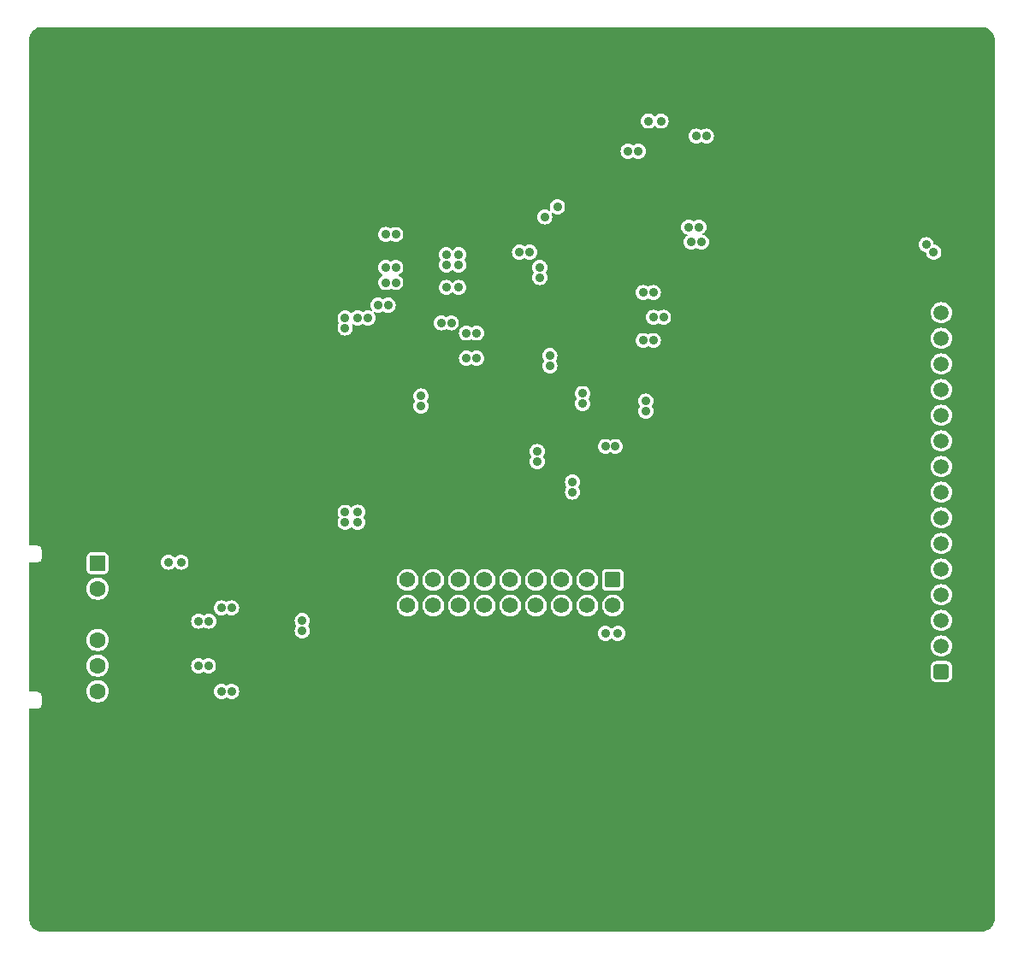
<source format=gbr>
%TF.GenerationSoftware,KiCad,Pcbnew,8.0.8*%
%TF.CreationDate,2025-03-28T17:24:47+01:00*%
%TF.ProjectId,mcu,6d63752e-6b69-4636-9164-5f7063625858,rev?*%
%TF.SameCoordinates,PX47868c0PY8583b00*%
%TF.FileFunction,Copper,L2,Inr*%
%TF.FilePolarity,Positive*%
%FSLAX46Y46*%
G04 Gerber Fmt 4.6, Leading zero omitted, Abs format (unit mm)*
G04 Created by KiCad (PCBNEW 8.0.8) date 2025-03-28 17:24:47*
%MOMM*%
%LPD*%
G01*
G04 APERTURE LIST*
G04 Aperture macros list*
%AMRoundRect*
0 Rectangle with rounded corners*
0 $1 Rounding radius*
0 $2 $3 $4 $5 $6 $7 $8 $9 X,Y pos of 4 corners*
0 Add a 4 corners polygon primitive as box body*
4,1,4,$2,$3,$4,$5,$6,$7,$8,$9,$2,$3,0*
0 Add four circle primitives for the rounded corners*
1,1,$1+$1,$2,$3*
1,1,$1+$1,$4,$5*
1,1,$1+$1,$6,$7*
1,1,$1+$1,$8,$9*
0 Add four rect primitives between the rounded corners*
20,1,$1+$1,$2,$3,$4,$5,0*
20,1,$1+$1,$4,$5,$6,$7,0*
20,1,$1+$1,$6,$7,$8,$9,0*
20,1,$1+$1,$8,$9,$2,$3,0*%
G04 Aperture macros list end*
%TA.AperFunction,ComponentPad*%
%ADD10O,1.900000X1.100000*%
%TD*%
%TA.AperFunction,ComponentPad*%
%ADD11C,1.250000*%
%TD*%
%TA.AperFunction,ComponentPad*%
%ADD12RoundRect,0.250000X-0.552500X0.552500X-0.552500X-0.552500X0.552500X-0.552500X0.552500X0.552500X0*%
%TD*%
%TA.AperFunction,ComponentPad*%
%ADD13C,1.605000*%
%TD*%
%TA.AperFunction,ComponentPad*%
%ADD14RoundRect,0.250000X0.500000X-0.500000X0.500000X0.500000X-0.500000X0.500000X-0.500000X-0.500000X0*%
%TD*%
%TA.AperFunction,ComponentPad*%
%ADD15C,1.500000*%
%TD*%
%TA.AperFunction,ComponentPad*%
%ADD16C,0.800000*%
%TD*%
%TA.AperFunction,ComponentPad*%
%ADD17C,6.400000*%
%TD*%
%TA.AperFunction,ComponentPad*%
%ADD18RoundRect,0.250000X-0.537500X-0.537500X0.537500X-0.537500X0.537500X0.537500X-0.537500X0.537500X0*%
%TD*%
%TA.AperFunction,ComponentPad*%
%ADD19C,1.575000*%
%TD*%
%TA.AperFunction,ViaPad*%
%ADD20C,0.900000*%
%TD*%
G04 APERTURE END LIST*
D10*
%TO.N,GND*%
%TO.C,J3*%
X2250000Y63050000D03*
D11*
X4900000Y64050000D03*
X4900000Y69250000D03*
D10*
X2250000Y70250000D03*
%TD*%
D12*
%TO.N,+3V3*%
%TO.C,J2*%
X7000000Y36700000D03*
D13*
%TO.N,/SWCLK*%
X7000000Y34160000D03*
%TO.N,GND*%
X7000000Y31620000D03*
%TO.N,/SWDIO*%
X7000000Y29080000D03*
%TO.N,/NRST*%
X7000000Y26540000D03*
%TO.N,/TRACE*%
X7000000Y24000000D03*
%TD*%
D14*
%TO.N,/ADC_VBUS*%
%TO.C,J1*%
X90500000Y25950000D03*
D15*
%TO.N,/FLT{slash}*%
X90500000Y28490000D03*
%TO.N,/CAM_SDA*%
X90500000Y31030000D03*
%TO.N,/CAM_SCL*%
X90500000Y33570000D03*
%TO.N,/INT_N*%
X90500000Y36110000D03*
%TO.N,/CC1*%
X90500000Y38650000D03*
%TO.N,/CC2*%
X90500000Y41190000D03*
%TO.N,/NTC_2+*%
X90500000Y43730000D03*
%TO.N,+3V3*%
X90500000Y46270000D03*
%TO.N,/nSEL*%
X90500000Y48810000D03*
%TO.N,/SDI*%
X90500000Y51350000D03*
%TO.N,/SDO*%
X90500000Y53890000D03*
%TO.N,/SCLK*%
X90500000Y56430000D03*
%TO.N,/nIRQ*%
X90500000Y58970000D03*
%TO.N,/COMMAND_DONE*%
X90500000Y61510000D03*
%TO.N,GND*%
X90500000Y64050000D03*
%TD*%
D16*
%TO.N,GND*%
%TO.C,H2*%
X88100000Y84500000D03*
X88802944Y86197056D03*
X88802944Y82802944D03*
X90500000Y86900000D03*
D17*
X90500000Y84500000D03*
D16*
X90500000Y82100000D03*
X92197056Y86197056D03*
X92197056Y82802944D03*
X92900000Y84500000D03*
%TD*%
%TO.N,GND*%
%TO.C,H1*%
X3100000Y84500000D03*
X3802944Y86197056D03*
X3802944Y82802944D03*
X5500000Y86900000D03*
D17*
X5500000Y84500000D03*
D16*
X5500000Y82100000D03*
X7197056Y86197056D03*
X7197056Y82802944D03*
X7900000Y84500000D03*
%TD*%
%TO.N,GND*%
%TO.C,H3*%
X88100000Y5500000D03*
X88802944Y7197056D03*
X88802944Y3802944D03*
X90500000Y7900000D03*
D17*
X90500000Y5500000D03*
D16*
X90500000Y3100000D03*
X92197056Y7197056D03*
X92197056Y3802944D03*
X92900000Y5500000D03*
%TD*%
%TO.N,GND*%
%TO.C,H4*%
X3100000Y5500000D03*
X3802944Y7197056D03*
X3802944Y3802944D03*
X5500000Y7900000D03*
D17*
X5500000Y5500000D03*
D16*
X5500000Y3100000D03*
X7197056Y7197056D03*
X7197056Y3802944D03*
X7900000Y5500000D03*
%TD*%
D18*
%TO.N,/3V3*%
%TO.C,J4*%
X58000000Y35040000D03*
D19*
%TO.N,+3V3*%
X58000000Y32500000D03*
%TO.N,/CAM_SDA*%
X55460000Y35040000D03*
%TO.N,/CAM_SCL*%
X55460000Y32500000D03*
%TO.N,/HS*%
X52920000Y35040000D03*
%TO.N,/VS*%
X52920000Y32500000D03*
%TO.N,/MCLK*%
X50380000Y35040000D03*
%TO.N,/PCLK*%
X50380000Y32500000D03*
%TO.N,/D6*%
X47840000Y35040000D03*
%TO.N,/D7*%
X47840000Y32500000D03*
%TO.N,/D4*%
X45300000Y35040000D03*
%TO.N,/D5*%
X45300000Y32500000D03*
%TO.N,/D2*%
X42760000Y35040000D03*
%TO.N,/D3*%
X42760000Y32500000D03*
%TO.N,/D0*%
X40220000Y35040000D03*
%TO.N,/D1*%
X40220000Y32500000D03*
%TO.N,/PWDN*%
X37680000Y35040000D03*
%TO.N,/RST*%
X37680000Y32500000D03*
%TD*%
D20*
%TO.N,GND*%
X73000000Y70000000D03*
X63500000Y1500000D03*
X48250000Y52000000D03*
X79500000Y27250000D03*
X87750000Y40000000D03*
X1500000Y8750000D03*
X54500000Y71750000D03*
X27500000Y48250000D03*
X57000000Y40500000D03*
X1500000Y30500000D03*
X46500000Y29000000D03*
X10500000Y43500000D03*
X79000000Y1500000D03*
X71250000Y88500000D03*
X24750000Y1500000D03*
X95000000Y66750000D03*
X95000000Y52250000D03*
X11750000Y43500000D03*
X20000000Y60000000D03*
X47250000Y46000000D03*
X65000000Y74250000D03*
X54000000Y51500000D03*
X54500000Y70750000D03*
X55750000Y1500000D03*
X32500000Y67500000D03*
X38750000Y48250000D03*
X38750000Y40750000D03*
X52750000Y65500000D03*
X43500000Y61250000D03*
X41500000Y62500000D03*
X64250000Y58750000D03*
X54000000Y40500000D03*
X79500000Y42500000D03*
X87750000Y60250000D03*
X19000000Y64250000D03*
X86750000Y1500000D03*
X1500000Y81250000D03*
X58500000Y58730000D03*
X49250000Y29000000D03*
X1500000Y74000000D03*
X1500000Y59500000D03*
X86750000Y88500000D03*
X28500000Y22750000D03*
X87750000Y47500000D03*
X48000000Y88500000D03*
X71250000Y1500000D03*
X57000000Y68250000D03*
X70000000Y77500000D03*
X95000000Y59500000D03*
X40250000Y88500000D03*
X49250000Y26500000D03*
X27500000Y55000000D03*
X94500000Y74000000D03*
X76500000Y70000000D03*
X94500000Y30500000D03*
X79500000Y32250000D03*
X42250000Y38750000D03*
X75000000Y80000000D03*
X79500000Y55750000D03*
X27500000Y57750000D03*
X16500000Y68250000D03*
X94500000Y45000000D03*
X57000000Y41500000D03*
X31750000Y30000000D03*
X9250000Y66950000D03*
X48250000Y50750000D03*
X61000000Y65000000D03*
X21250000Y57500000D03*
X25000000Y22750000D03*
X79500000Y38750000D03*
X94500000Y23250000D03*
X42250000Y39750000D03*
X17000000Y1500000D03*
X17000000Y88500000D03*
X87750000Y65750000D03*
X2500000Y37750000D03*
X50750000Y45000000D03*
X94500000Y37750000D03*
X38750000Y41750000D03*
X1500000Y52250000D03*
X1500000Y45000000D03*
X54000000Y41500000D03*
X48000000Y1500000D03*
X36250000Y52500000D03*
X66250000Y74250000D03*
X87750000Y37250000D03*
X27500000Y62000000D03*
X87750000Y32250000D03*
X54250000Y29000000D03*
X46500000Y26500000D03*
X87750000Y34750000D03*
X57000000Y69250000D03*
X72500000Y82500000D03*
X48000000Y46750000D03*
X94500000Y8750000D03*
X52750000Y64500000D03*
X20000000Y62250000D03*
X87750000Y27250000D03*
X87750000Y54000000D03*
X40750000Y71250000D03*
X41250000Y27500000D03*
X83000000Y64250000D03*
X9250000Y88500000D03*
X79500000Y49750000D03*
X8250000Y66950000D03*
X79500000Y29750000D03*
X44500000Y61250000D03*
X28500000Y64500000D03*
X55750000Y88500000D03*
X10000000Y31620000D03*
X23250000Y55750000D03*
X72750000Y75250000D03*
X94500000Y16000000D03*
X22500000Y65000000D03*
X58000000Y40500000D03*
X24750000Y88500000D03*
X79000000Y88500000D03*
X32500000Y1500000D03*
X16500000Y65500000D03*
X54750000Y50750000D03*
X77500000Y77500000D03*
X64250000Y55000000D03*
X31750000Y27500000D03*
X39750000Y71250000D03*
X62000000Y65000000D03*
X37750000Y52500000D03*
X79500000Y35500000D03*
X9250000Y1500000D03*
X44000000Y29000000D03*
X27500000Y61000000D03*
X1500000Y66750000D03*
X25000000Y25750000D03*
X87750000Y29750000D03*
X1500000Y88500000D03*
X1500000Y16000000D03*
X80000000Y75000000D03*
X11000000Y31620000D03*
X27500000Y67500000D03*
X94500000Y1500000D03*
X32500000Y88500000D03*
X75250000Y72750000D03*
X20000000Y67500000D03*
X94500000Y88500000D03*
X40250000Y1500000D03*
X63500000Y88500000D03*
X1500000Y1500000D03*
X23500000Y62500000D03*
X2500000Y23250000D03*
X27500000Y45000000D03*
X59500000Y58730000D03*
X94500000Y81250000D03*
%TO.N,+3V3*%
X63000000Y61046000D03*
X14000000Y36800000D03*
X39000000Y52250000D03*
X51250000Y71000000D03*
X52500000Y72000000D03*
X65750000Y68500000D03*
X35500000Y69250000D03*
X62000000Y61046000D03*
X55000000Y52500000D03*
X15250000Y36800000D03*
X55000000Y53500000D03*
X66750000Y68500000D03*
X36500000Y69250000D03*
X62000000Y58750000D03*
X39000000Y53250000D03*
X61000000Y58750000D03*
X57250000Y29750000D03*
X58500000Y29750000D03*
%TO.N,/NRST*%
X18000000Y30950000D03*
X17000000Y26540000D03*
X62000000Y63500000D03*
X17000000Y30950000D03*
X17960000Y26540000D03*
X61000000Y63500000D03*
%TO.N,/TRACE*%
X19250000Y32250000D03*
X20250000Y32250000D03*
X19250000Y24000000D03*
X20250000Y24000000D03*
%TO.N,/D4*%
X43500000Y57000000D03*
X44500000Y57000000D03*
%TO.N,/D1*%
X32750000Y41750000D03*
X32750000Y61000000D03*
X32750000Y40750000D03*
X33750000Y61000000D03*
%TO.N,/D3*%
X31500000Y60000000D03*
X31500000Y40750000D03*
X31500000Y41750000D03*
X31500000Y61000000D03*
%TO.N,/D0*%
X35750000Y62250000D03*
X34750000Y62250000D03*
%TO.N,/FLT{slash}*%
X60500000Y77500000D03*
X59500000Y77500000D03*
%TO.N,/D5*%
X27250000Y30000000D03*
X27250000Y31000000D03*
%TO.N,/CAM_SCL*%
X42750000Y67250000D03*
X61250000Y52750000D03*
X61250000Y51750000D03*
X42750000Y66250000D03*
%TO.N,/MCLK*%
X44500000Y59500000D03*
X43500000Y59500000D03*
%TO.N,/D2*%
X42000000Y60500000D03*
X41000000Y60500000D03*
%TO.N,/COMMAND_DONE*%
X66250000Y79000000D03*
X67250000Y79000000D03*
%TO.N,/PWDN*%
X35500000Y64500000D03*
X36500000Y64500000D03*
%TO.N,/D6*%
X50500000Y47750000D03*
X50500000Y46750000D03*
%TO.N,/PCLK*%
X50750000Y65000000D03*
X50750000Y66000000D03*
%TO.N,/SDO*%
X89000000Y68250000D03*
X89750000Y67500000D03*
%TO.N,/RST*%
X36500000Y66000000D03*
X35500000Y66000000D03*
%TO.N,/ADC_VBUS*%
X49750000Y67500000D03*
X48750000Y67500000D03*
%TO.N,/CAM_SDA*%
X58250000Y48250000D03*
X41500000Y66250000D03*
X57249997Y48250000D03*
X41500000Y67250000D03*
%TO.N,/NTC_2+*%
X66500000Y70000000D03*
X65500000Y70000000D03*
%TO.N,/nIRQ*%
X62750000Y80500000D03*
X61500000Y80500000D03*
%TO.N,/HS*%
X51750000Y57250000D03*
X51750000Y56250000D03*
%TO.N,/CAM_3V3*%
X54000000Y44750000D03*
X41500000Y64000000D03*
X42750000Y64000000D03*
X54000000Y43750000D03*
%TD*%
%TA.AperFunction,Conductor*%
%TO.N,GND*%
G36*
X94502897Y89799272D02*
G01*
X94697487Y89783958D01*
X94708949Y89782142D01*
X94895910Y89737257D01*
X94906938Y89733674D01*
X95070200Y89666049D01*
X95084582Y89660091D01*
X95094928Y89654819D01*
X95258860Y89554362D01*
X95268254Y89547537D01*
X95414456Y89422668D01*
X95422667Y89414457D01*
X95547536Y89268255D01*
X95554361Y89258861D01*
X95654818Y89094929D01*
X95660090Y89084583D01*
X95733670Y88906947D01*
X95737258Y88895903D01*
X95782140Y88708954D01*
X95783957Y88697485D01*
X95799272Y88502898D01*
X95799500Y88497092D01*
X95799500Y1502909D01*
X95799272Y1497103D01*
X95783957Y1302516D01*
X95782140Y1291047D01*
X95737258Y1104098D01*
X95733670Y1093054D01*
X95660090Y915418D01*
X95654818Y905072D01*
X95554361Y741140D01*
X95547536Y731746D01*
X95422667Y585544D01*
X95414456Y577333D01*
X95268254Y452464D01*
X95258860Y445639D01*
X95094928Y345182D01*
X95084582Y339910D01*
X94906946Y266330D01*
X94895902Y262742D01*
X94708953Y217860D01*
X94697484Y216043D01*
X94502897Y200728D01*
X94497091Y200500D01*
X1502909Y200500D01*
X1497103Y200728D01*
X1302515Y216043D01*
X1291046Y217860D01*
X1104097Y262742D01*
X1093053Y266330D01*
X915417Y339910D01*
X905071Y345182D01*
X741139Y445639D01*
X731745Y452464D01*
X585543Y577333D01*
X577332Y585544D01*
X452463Y731746D01*
X445638Y741140D01*
X345181Y905072D01*
X339909Y915418D01*
X333951Y929800D01*
X266326Y1093062D01*
X262743Y1104090D01*
X217858Y1291051D01*
X216042Y1302516D01*
X200728Y1497103D01*
X200500Y1502909D01*
X200500Y22225500D01*
X222174Y22277826D01*
X274500Y22299500D01*
X1059311Y22299500D01*
X1059311Y22299501D01*
X1173886Y22330201D01*
X1276613Y22389511D01*
X1360489Y22473387D01*
X1419799Y22576114D01*
X1450499Y22690689D01*
X1450500Y22690689D01*
X1450500Y23559311D01*
X1450499Y23559312D01*
X1419800Y23673883D01*
X1419798Y23673888D01*
X1360491Y23776610D01*
X1360490Y23776611D01*
X1360489Y23776613D01*
X1276613Y23860489D01*
X1276610Y23860491D01*
X1276609Y23860492D01*
X1173887Y23919799D01*
X1173882Y23919801D01*
X1059311Y23950500D01*
X1059309Y23950500D01*
X1039882Y23950500D01*
X274500Y23950500D01*
X222174Y23972174D01*
X210647Y24000004D01*
X5892275Y24000004D01*
X5892275Y23999997D01*
X5911134Y23796468D01*
X5911136Y23796455D01*
X5956668Y23636426D01*
X5967077Y23599844D01*
X6002296Y23529115D01*
X6058193Y23416857D01*
X6058195Y23416854D01*
X6181379Y23253731D01*
X6181380Y23253730D01*
X6319094Y23128189D01*
X6332447Y23116016D01*
X6506244Y23008405D01*
X6696857Y22934562D01*
X6897792Y22897000D01*
X7102208Y22897000D01*
X7303143Y22934562D01*
X7493756Y23008405D01*
X7667553Y23116016D01*
X7818619Y23253730D01*
X7826141Y23263690D01*
X7941804Y23416854D01*
X7941806Y23416857D01*
X7941805Y23416857D01*
X7941807Y23416858D01*
X8032923Y23599844D01*
X8088864Y23796456D01*
X8094279Y23854903D01*
X8107725Y23999997D01*
X8107725Y24000000D01*
X18494751Y24000000D01*
X18513687Y23831941D01*
X18513689Y23831933D01*
X18569544Y23672309D01*
X18659519Y23529115D01*
X18659521Y23529113D01*
X18659523Y23529110D01*
X18779110Y23409523D01*
X18779112Y23409522D01*
X18779114Y23409520D01*
X18789370Y23403076D01*
X18922310Y23319544D01*
X19081941Y23263687D01*
X19250000Y23244751D01*
X19418059Y23263687D01*
X19577690Y23319544D01*
X19710629Y23403077D01*
X19766466Y23412564D01*
X19789368Y23403077D01*
X19922310Y23319544D01*
X20081941Y23263687D01*
X20250000Y23244751D01*
X20418059Y23263687D01*
X20577690Y23319544D01*
X20720890Y23409523D01*
X20840477Y23529110D01*
X20930456Y23672310D01*
X20986313Y23831941D01*
X21005249Y24000000D01*
X20986313Y24168059D01*
X20930456Y24327690D01*
X20930455Y24327692D01*
X20840480Y24470886D01*
X20840478Y24470888D01*
X20840477Y24470890D01*
X20720890Y24590477D01*
X20720887Y24590479D01*
X20720885Y24590481D01*
X20577691Y24680456D01*
X20418067Y24736311D01*
X20418059Y24736313D01*
X20250000Y24755249D01*
X20081940Y24736313D01*
X20081932Y24736311D01*
X19922308Y24680456D01*
X19789371Y24596925D01*
X19733534Y24587437D01*
X19710629Y24596925D01*
X19577691Y24680456D01*
X19418067Y24736311D01*
X19418059Y24736313D01*
X19250000Y24755249D01*
X19081940Y24736313D01*
X19081932Y24736311D01*
X18922308Y24680456D01*
X18779114Y24590481D01*
X18659519Y24470886D01*
X18569544Y24327692D01*
X18513689Y24168068D01*
X18513687Y24168060D01*
X18494751Y24000000D01*
X8107725Y24000000D01*
X8107725Y24000004D01*
X8088865Y24203533D01*
X8088864Y24203544D01*
X8032923Y24400156D01*
X7941807Y24583142D01*
X7941806Y24583143D01*
X7941806Y24583144D01*
X7941804Y24583147D01*
X7818620Y24746270D01*
X7818619Y24746271D01*
X7667553Y24883984D01*
X7625337Y24910123D01*
X7493756Y24991595D01*
X7493751Y24991597D01*
X7303145Y25065438D01*
X7102211Y25103000D01*
X7102208Y25103000D01*
X6897792Y25103000D01*
X6897788Y25103000D01*
X6696854Y25065438D01*
X6506248Y24991597D01*
X6506239Y24991592D01*
X6332446Y24883984D01*
X6332445Y24883984D01*
X6181380Y24746271D01*
X6181379Y24746270D01*
X6058195Y24583147D01*
X6058193Y24583144D01*
X5967077Y24400156D01*
X5967075Y24400151D01*
X5911136Y24203546D01*
X5911134Y24203533D01*
X5892275Y24000004D01*
X210647Y24000004D01*
X200500Y24024500D01*
X200500Y25406896D01*
X89449499Y25406896D01*
X89460123Y25318437D01*
X89515638Y25177659D01*
X89515639Y25177658D01*
X89607078Y25057078D01*
X89727658Y24965639D01*
X89868436Y24910123D01*
X89939764Y24901558D01*
X89956896Y24899500D01*
X89956898Y24899500D01*
X91043104Y24899500D01*
X91058722Y24901376D01*
X91131564Y24910123D01*
X91272342Y24965639D01*
X91392922Y25057078D01*
X91484361Y25177658D01*
X91539877Y25318436D01*
X91550500Y25406898D01*
X91550500Y26493102D01*
X91539877Y26581564D01*
X91484361Y26722342D01*
X91392922Y26842922D01*
X91272342Y26934361D01*
X91272341Y26934362D01*
X91187079Y26967985D01*
X91131564Y26989877D01*
X91102076Y26993418D01*
X91043104Y27000500D01*
X91043102Y27000500D01*
X89956898Y27000500D01*
X89956896Y27000500D01*
X89868436Y26989877D01*
X89727658Y26934362D01*
X89607078Y26842923D01*
X89607077Y26842922D01*
X89515638Y26722342D01*
X89510006Y26708059D01*
X89460123Y26581564D01*
X89449500Y26493102D01*
X89449500Y25406898D01*
X89449500Y25406896D01*
X89449499Y25406896D01*
X200500Y25406896D01*
X200500Y26540004D01*
X5892275Y26540004D01*
X5892275Y26539997D01*
X5911134Y26336468D01*
X5911136Y26336455D01*
X5967075Y26139850D01*
X5967077Y26139845D01*
X6058193Y25956857D01*
X6058195Y25956854D01*
X6181379Y25793731D01*
X6181380Y25793730D01*
X6319094Y25668189D01*
X6332447Y25656016D01*
X6506244Y25548405D01*
X6696857Y25474562D01*
X6897792Y25437000D01*
X7102208Y25437000D01*
X7303143Y25474562D01*
X7493756Y25548405D01*
X7667553Y25656016D01*
X7818619Y25793730D01*
X7826141Y25803690D01*
X7941804Y25956854D01*
X7941806Y25956857D01*
X7941805Y25956857D01*
X7941807Y25956858D01*
X8032923Y26139844D01*
X8088864Y26336456D01*
X8107725Y26540000D01*
X16244751Y26540000D01*
X16263687Y26371941D01*
X16263689Y26371933D01*
X16319544Y26212309D01*
X16409519Y26069115D01*
X16409521Y26069113D01*
X16409523Y26069110D01*
X16529110Y25949523D01*
X16529112Y25949522D01*
X16529114Y25949520D01*
X16544270Y25939997D01*
X16672310Y25859544D01*
X16831941Y25803687D01*
X17000000Y25784751D01*
X17168059Y25803687D01*
X17327690Y25859544D01*
X17440629Y25930510D01*
X17496466Y25939997D01*
X17519369Y25930510D01*
X17632310Y25859544D01*
X17791941Y25803687D01*
X17960000Y25784751D01*
X18128059Y25803687D01*
X18287690Y25859544D01*
X18430890Y25949523D01*
X18550477Y26069110D01*
X18640456Y26212310D01*
X18696313Y26371941D01*
X18715249Y26540000D01*
X18696313Y26708059D01*
X18640456Y26867690D01*
X18598563Y26934362D01*
X18550480Y27010886D01*
X18550478Y27010888D01*
X18550477Y27010890D01*
X18430890Y27130477D01*
X18430887Y27130479D01*
X18430885Y27130481D01*
X18287691Y27220456D01*
X18128067Y27276311D01*
X18128059Y27276313D01*
X17960000Y27295249D01*
X17791940Y27276313D01*
X17791932Y27276311D01*
X17632308Y27220456D01*
X17519371Y27149492D01*
X17463534Y27140004D01*
X17440629Y27149492D01*
X17327691Y27220456D01*
X17168067Y27276311D01*
X17168059Y27276313D01*
X17000000Y27295249D01*
X16831940Y27276313D01*
X16831932Y27276311D01*
X16672308Y27220456D01*
X16529114Y27130481D01*
X16409519Y27010886D01*
X16319544Y26867692D01*
X16263689Y26708068D01*
X16263687Y26708060D01*
X16244751Y26540000D01*
X8107725Y26540000D01*
X8088864Y26743544D01*
X8032923Y26940156D01*
X7941807Y27123142D01*
X7941806Y27123143D01*
X7941806Y27123144D01*
X7941804Y27123147D01*
X7818620Y27286270D01*
X7818619Y27286271D01*
X7667553Y27423984D01*
X7617945Y27454700D01*
X7493756Y27531595D01*
X7493751Y27531597D01*
X7303145Y27605438D01*
X7102211Y27643000D01*
X7102208Y27643000D01*
X6897792Y27643000D01*
X6897788Y27643000D01*
X6696854Y27605438D01*
X6506248Y27531597D01*
X6506239Y27531592D01*
X6332446Y27423984D01*
X6332445Y27423984D01*
X6181380Y27286271D01*
X6181379Y27286270D01*
X6058195Y27123147D01*
X6058193Y27123144D01*
X5967077Y26940156D01*
X5967075Y26940151D01*
X5911136Y26743546D01*
X5911134Y26743533D01*
X5892275Y26540004D01*
X200500Y26540004D01*
X200500Y29080004D01*
X5892275Y29080004D01*
X5892275Y29079997D01*
X5911134Y28876468D01*
X5911136Y28876455D01*
X5967075Y28679850D01*
X5967077Y28679845D01*
X6058193Y28496857D01*
X6058195Y28496854D01*
X6181379Y28333731D01*
X6181380Y28333730D01*
X6235860Y28284066D01*
X6332447Y28196016D01*
X6506244Y28088405D01*
X6696857Y28014562D01*
X6897792Y27977000D01*
X7102208Y27977000D01*
X7303143Y28014562D01*
X7493756Y28088405D01*
X7667553Y28196016D01*
X7818619Y28333730D01*
X7936628Y28490000D01*
X89444417Y28490000D01*
X89464700Y28284066D01*
X89524768Y28086046D01*
X89622315Y27903550D01*
X89753590Y27743590D01*
X89913550Y27612315D01*
X90096046Y27514768D01*
X90294066Y27454700D01*
X90500000Y27434417D01*
X90705934Y27454700D01*
X90903954Y27514768D01*
X91086450Y27612315D01*
X91246410Y27743590D01*
X91377685Y27903550D01*
X91475232Y28086046D01*
X91535300Y28284066D01*
X91555583Y28490000D01*
X91535300Y28695934D01*
X91475232Y28893954D01*
X91377685Y29076450D01*
X91246410Y29236410D01*
X91236246Y29244751D01*
X91086450Y29367685D01*
X90903956Y29465231D01*
X90903955Y29465232D01*
X90903954Y29465232D01*
X90792158Y29499145D01*
X90705935Y29525300D01*
X90500000Y29545583D01*
X90294064Y29525300D01*
X90096043Y29465231D01*
X89913549Y29367685D01*
X89753590Y29236411D01*
X89753589Y29236410D01*
X89622315Y29076451D01*
X89524769Y28893957D01*
X89464700Y28695936D01*
X89464700Y28695934D01*
X89444417Y28490000D01*
X7936628Y28490000D01*
X7941807Y28496858D01*
X8032923Y28679844D01*
X8088864Y28876456D01*
X8107725Y29080000D01*
X8100356Y29159520D01*
X8088865Y29283533D01*
X8088864Y29283544D01*
X8032923Y29480156D01*
X7941807Y29663142D01*
X7941806Y29663143D01*
X7941806Y29663144D01*
X7941804Y29663147D01*
X7818620Y29826270D01*
X7818619Y29826271D01*
X7667553Y29963984D01*
X7617945Y29994700D01*
X7493756Y30071595D01*
X7478018Y30077692D01*
X7303145Y30145438D01*
X7102211Y30183000D01*
X7102208Y30183000D01*
X6897792Y30183000D01*
X6897788Y30183000D01*
X6696854Y30145438D01*
X6506248Y30071597D01*
X6506239Y30071592D01*
X6332446Y29963984D01*
X6332445Y29963984D01*
X6181380Y29826271D01*
X6181379Y29826270D01*
X6058195Y29663147D01*
X6058193Y29663144D01*
X5967077Y29480156D01*
X5967075Y29480151D01*
X5911136Y29283546D01*
X5911134Y29283533D01*
X5892275Y29080004D01*
X200500Y29080004D01*
X200500Y30950000D01*
X16244751Y30950000D01*
X16263687Y30781941D01*
X16263689Y30781933D01*
X16319544Y30622309D01*
X16409519Y30479115D01*
X16409521Y30479113D01*
X16409523Y30479110D01*
X16529110Y30359523D01*
X16529112Y30359522D01*
X16529114Y30359520D01*
X16649954Y30283591D01*
X16672310Y30269544D01*
X16831941Y30213687D01*
X17000000Y30194751D01*
X17168059Y30213687D01*
X17327690Y30269544D01*
X17460629Y30353077D01*
X17516466Y30362564D01*
X17539368Y30353077D01*
X17672310Y30269544D01*
X17831941Y30213687D01*
X18000000Y30194751D01*
X18168059Y30213687D01*
X18327690Y30269544D01*
X18470890Y30359523D01*
X18590477Y30479110D01*
X18680456Y30622310D01*
X18736313Y30781941D01*
X18755249Y30950000D01*
X18749615Y31000000D01*
X26494751Y31000000D01*
X26513687Y30831941D01*
X26513689Y30831933D01*
X26569544Y30672309D01*
X26653075Y30539371D01*
X26662563Y30483534D01*
X26653075Y30460629D01*
X26569544Y30327692D01*
X26513689Y30168068D01*
X26513687Y30168060D01*
X26494751Y30000000D01*
X26513687Y29831941D01*
X26513689Y29831933D01*
X26569544Y29672309D01*
X26659519Y29529115D01*
X26659521Y29529113D01*
X26659523Y29529110D01*
X26779110Y29409523D01*
X26779112Y29409522D01*
X26779114Y29409520D01*
X26845694Y29367685D01*
X26922310Y29319544D01*
X27081941Y29263687D01*
X27250000Y29244751D01*
X27418059Y29263687D01*
X27577690Y29319544D01*
X27720890Y29409523D01*
X27840477Y29529110D01*
X27930456Y29672310D01*
X27957641Y29750000D01*
X56494751Y29750000D01*
X56513687Y29581941D01*
X56513689Y29581933D01*
X56569544Y29422309D01*
X56659519Y29279115D01*
X56659521Y29279113D01*
X56659523Y29279110D01*
X56779110Y29159523D01*
X56779112Y29159522D01*
X56779114Y29159520D01*
X56911319Y29076450D01*
X56922310Y29069544D01*
X57081941Y29013687D01*
X57250000Y28994751D01*
X57418059Y29013687D01*
X57577690Y29069544D01*
X57720890Y29159523D01*
X57822675Y29261309D01*
X57875000Y29282982D01*
X57927324Y29261309D01*
X58029110Y29159523D01*
X58029112Y29159522D01*
X58029114Y29159520D01*
X58161319Y29076450D01*
X58172310Y29069544D01*
X58331941Y29013687D01*
X58500000Y28994751D01*
X58668059Y29013687D01*
X58827690Y29069544D01*
X58970890Y29159523D01*
X59090477Y29279110D01*
X59180456Y29422310D01*
X59236313Y29581941D01*
X59255249Y29750000D01*
X59236313Y29918059D01*
X59180456Y30077690D01*
X59133566Y30152315D01*
X59090480Y30220886D01*
X59090478Y30220888D01*
X59090477Y30220890D01*
X58970890Y30340477D01*
X58970887Y30340479D01*
X58970885Y30340481D01*
X58827691Y30430456D01*
X58668067Y30486311D01*
X58668059Y30486313D01*
X58500000Y30505249D01*
X58331940Y30486313D01*
X58331932Y30486311D01*
X58172308Y30430456D01*
X58029114Y30340481D01*
X58029113Y30340480D01*
X58029110Y30340478D01*
X58029110Y30340477D01*
X57927324Y30238692D01*
X57875000Y30217018D01*
X57822675Y30238692D01*
X57720890Y30340477D01*
X57720887Y30340479D01*
X57720885Y30340481D01*
X57577691Y30430456D01*
X57418067Y30486311D01*
X57418059Y30486313D01*
X57250000Y30505249D01*
X57081940Y30486313D01*
X57081932Y30486311D01*
X56922308Y30430456D01*
X56779114Y30340481D01*
X56659519Y30220886D01*
X56569544Y30077692D01*
X56513689Y29918068D01*
X56513687Y29918060D01*
X56494751Y29750000D01*
X27957641Y29750000D01*
X27986313Y29831941D01*
X28005249Y30000000D01*
X27986313Y30168059D01*
X27930456Y30327690D01*
X27922421Y30340477D01*
X27892163Y30388633D01*
X27846923Y30460630D01*
X27837436Y30516466D01*
X27846924Y30539371D01*
X27899039Y30622310D01*
X27930456Y30672310D01*
X27986313Y30831941D01*
X28005249Y31000000D01*
X28001869Y31030000D01*
X89444417Y31030000D01*
X89464700Y30824066D01*
X89524768Y30626046D01*
X89622315Y30443550D01*
X89753590Y30283590D01*
X89913550Y30152315D01*
X90096046Y30054768D01*
X90294066Y29994700D01*
X90500000Y29974417D01*
X90705934Y29994700D01*
X90903954Y30054768D01*
X91086450Y30152315D01*
X91246410Y30283590D01*
X91377685Y30443550D01*
X91475232Y30626046D01*
X91535300Y30824066D01*
X91555583Y31030000D01*
X91535300Y31235934D01*
X91475232Y31433954D01*
X91377685Y31616450D01*
X91246410Y31776410D01*
X91086450Y31907685D01*
X90903954Y32005232D01*
X90792158Y32039145D01*
X90705935Y32065300D01*
X90500000Y32085583D01*
X90294064Y32065300D01*
X90096043Y32005231D01*
X89913549Y31907685D01*
X89753590Y31776411D01*
X89753589Y31776410D01*
X89622315Y31616451D01*
X89524769Y31433957D01*
X89464700Y31235936D01*
X89464700Y31235934D01*
X89444417Y31030000D01*
X28001869Y31030000D01*
X27986313Y31168059D01*
X27930456Y31327690D01*
X27930455Y31327692D01*
X27840480Y31470886D01*
X27840478Y31470888D01*
X27840477Y31470890D01*
X27720890Y31590477D01*
X27720887Y31590479D01*
X27720885Y31590481D01*
X27577691Y31680456D01*
X27418067Y31736311D01*
X27418059Y31736313D01*
X27250000Y31755249D01*
X27081940Y31736313D01*
X27081932Y31736311D01*
X26922308Y31680456D01*
X26779114Y31590481D01*
X26659519Y31470886D01*
X26569544Y31327692D01*
X26513689Y31168068D01*
X26513687Y31168060D01*
X26494751Y31000000D01*
X18749615Y31000000D01*
X18736313Y31118059D01*
X18680456Y31277690D01*
X18649039Y31327690D01*
X18590480Y31420886D01*
X18590478Y31420888D01*
X18590477Y31420890D01*
X18470890Y31540477D01*
X18470887Y31540479D01*
X18470885Y31540481D01*
X18327691Y31630456D01*
X18168067Y31686311D01*
X18168059Y31686313D01*
X18000000Y31705249D01*
X17831940Y31686313D01*
X17831932Y31686311D01*
X17672308Y31630456D01*
X17539371Y31546925D01*
X17483534Y31537437D01*
X17460629Y31546925D01*
X17327691Y31630456D01*
X17168067Y31686311D01*
X17168059Y31686313D01*
X17000000Y31705249D01*
X16831940Y31686313D01*
X16831932Y31686311D01*
X16672308Y31630456D01*
X16529114Y31540481D01*
X16409519Y31420886D01*
X16319544Y31277692D01*
X16263689Y31118068D01*
X16263687Y31118060D01*
X16244751Y30950000D01*
X200500Y30950000D01*
X200500Y32250000D01*
X18494751Y32250000D01*
X18513687Y32081941D01*
X18513689Y32081933D01*
X18569544Y31922309D01*
X18659519Y31779115D01*
X18659521Y31779113D01*
X18659523Y31779110D01*
X18779110Y31659523D01*
X18779112Y31659522D01*
X18779114Y31659520D01*
X18888989Y31590481D01*
X18922310Y31569544D01*
X18986952Y31546925D01*
X19058486Y31521894D01*
X19081941Y31513687D01*
X19250000Y31494751D01*
X19418059Y31513687D01*
X19577690Y31569544D01*
X19710629Y31653077D01*
X19766466Y31662564D01*
X19789368Y31653077D01*
X19922310Y31569544D01*
X19986952Y31546925D01*
X20058486Y31521894D01*
X20081941Y31513687D01*
X20250000Y31494751D01*
X20418059Y31513687D01*
X20577690Y31569544D01*
X20720890Y31659523D01*
X20840477Y31779110D01*
X20930456Y31922310D01*
X20986313Y32081941D01*
X21005249Y32250000D01*
X20986313Y32418059D01*
X20957639Y32500004D01*
X36587339Y32500004D01*
X36587339Y32499997D01*
X36605942Y32299230D01*
X36661122Y32105290D01*
X36661123Y32105288D01*
X36661124Y32105285D01*
X36672748Y32081941D01*
X36751001Y31924787D01*
X36751003Y31924785D01*
X36793724Y31868214D01*
X36863050Y31776411D01*
X36872516Y31763877D01*
X36902755Y31736311D01*
X37021525Y31628038D01*
X37192959Y31521890D01*
X37380979Y31449051D01*
X37579182Y31412000D01*
X37780818Y31412000D01*
X37979021Y31449051D01*
X38167041Y31521890D01*
X38338475Y31628038D01*
X38487486Y31763879D01*
X38608999Y31924788D01*
X38698876Y32105285D01*
X38754056Y32299224D01*
X38772661Y32500000D01*
X38772661Y32500004D01*
X39127339Y32500004D01*
X39127339Y32499997D01*
X39145942Y32299230D01*
X39201122Y32105290D01*
X39201123Y32105288D01*
X39201124Y32105285D01*
X39212748Y32081941D01*
X39291001Y31924787D01*
X39291003Y31924785D01*
X39333724Y31868214D01*
X39403050Y31776411D01*
X39412516Y31763877D01*
X39442755Y31736311D01*
X39561525Y31628038D01*
X39732959Y31521890D01*
X39920979Y31449051D01*
X40119182Y31412000D01*
X40320818Y31412000D01*
X40519021Y31449051D01*
X40707041Y31521890D01*
X40878475Y31628038D01*
X41027486Y31763879D01*
X41148999Y31924788D01*
X41238876Y32105285D01*
X41294056Y32299224D01*
X41312661Y32500000D01*
X41312661Y32500004D01*
X41667339Y32500004D01*
X41667339Y32499997D01*
X41685942Y32299230D01*
X41741122Y32105290D01*
X41741123Y32105288D01*
X41741124Y32105285D01*
X41752748Y32081941D01*
X41831001Y31924787D01*
X41831003Y31924785D01*
X41873724Y31868214D01*
X41943050Y31776411D01*
X41952516Y31763877D01*
X41982755Y31736311D01*
X42101525Y31628038D01*
X42272959Y31521890D01*
X42460979Y31449051D01*
X42659182Y31412000D01*
X42860818Y31412000D01*
X43059021Y31449051D01*
X43247041Y31521890D01*
X43418475Y31628038D01*
X43567486Y31763879D01*
X43688999Y31924788D01*
X43778876Y32105285D01*
X43834056Y32299224D01*
X43852661Y32500000D01*
X43852661Y32500004D01*
X44207339Y32500004D01*
X44207339Y32499997D01*
X44225942Y32299230D01*
X44281122Y32105290D01*
X44281123Y32105288D01*
X44281124Y32105285D01*
X44292748Y32081941D01*
X44371001Y31924787D01*
X44371003Y31924785D01*
X44413724Y31868214D01*
X44483050Y31776411D01*
X44492516Y31763877D01*
X44522755Y31736311D01*
X44641525Y31628038D01*
X44812959Y31521890D01*
X45000979Y31449051D01*
X45199182Y31412000D01*
X45400818Y31412000D01*
X45599021Y31449051D01*
X45787041Y31521890D01*
X45958475Y31628038D01*
X46107486Y31763879D01*
X46228999Y31924788D01*
X46318876Y32105285D01*
X46374056Y32299224D01*
X46392661Y32500000D01*
X46392661Y32500004D01*
X46747339Y32500004D01*
X46747339Y32499997D01*
X46765942Y32299230D01*
X46821122Y32105290D01*
X46821123Y32105288D01*
X46821124Y32105285D01*
X46832748Y32081941D01*
X46911001Y31924787D01*
X46911003Y31924785D01*
X46953724Y31868214D01*
X47023050Y31776411D01*
X47032516Y31763877D01*
X47062755Y31736311D01*
X47181525Y31628038D01*
X47352959Y31521890D01*
X47540979Y31449051D01*
X47739182Y31412000D01*
X47940818Y31412000D01*
X48139021Y31449051D01*
X48327041Y31521890D01*
X48498475Y31628038D01*
X48647486Y31763879D01*
X48768999Y31924788D01*
X48858876Y32105285D01*
X48914056Y32299224D01*
X48932661Y32500000D01*
X48932661Y32500004D01*
X49287339Y32500004D01*
X49287339Y32499997D01*
X49305942Y32299230D01*
X49361122Y32105290D01*
X49361123Y32105288D01*
X49361124Y32105285D01*
X49372748Y32081941D01*
X49451001Y31924787D01*
X49451003Y31924785D01*
X49493724Y31868214D01*
X49563050Y31776411D01*
X49572516Y31763877D01*
X49602755Y31736311D01*
X49721525Y31628038D01*
X49892959Y31521890D01*
X50080979Y31449051D01*
X50279182Y31412000D01*
X50480818Y31412000D01*
X50679021Y31449051D01*
X50867041Y31521890D01*
X51038475Y31628038D01*
X51187486Y31763879D01*
X51308999Y31924788D01*
X51398876Y32105285D01*
X51454056Y32299224D01*
X51472661Y32500000D01*
X51472661Y32500004D01*
X51827339Y32500004D01*
X51827339Y32499997D01*
X51845942Y32299230D01*
X51901122Y32105290D01*
X51901123Y32105288D01*
X51901124Y32105285D01*
X51912748Y32081941D01*
X51991001Y31924787D01*
X51991003Y31924785D01*
X52033724Y31868214D01*
X52103050Y31776411D01*
X52112516Y31763877D01*
X52142755Y31736311D01*
X52261525Y31628038D01*
X52432959Y31521890D01*
X52620979Y31449051D01*
X52819182Y31412000D01*
X53020818Y31412000D01*
X53219021Y31449051D01*
X53407041Y31521890D01*
X53578475Y31628038D01*
X53727486Y31763879D01*
X53848999Y31924788D01*
X53938876Y32105285D01*
X53994056Y32299224D01*
X54012661Y32500000D01*
X54012661Y32500004D01*
X54367339Y32500004D01*
X54367339Y32499997D01*
X54385942Y32299230D01*
X54441122Y32105290D01*
X54441123Y32105288D01*
X54441124Y32105285D01*
X54452748Y32081941D01*
X54531001Y31924787D01*
X54531003Y31924785D01*
X54573724Y31868214D01*
X54643050Y31776411D01*
X54652516Y31763877D01*
X54682755Y31736311D01*
X54801525Y31628038D01*
X54972959Y31521890D01*
X55160979Y31449051D01*
X55359182Y31412000D01*
X55560818Y31412000D01*
X55759021Y31449051D01*
X55947041Y31521890D01*
X56118475Y31628038D01*
X56267486Y31763879D01*
X56388999Y31924788D01*
X56478876Y32105285D01*
X56534056Y32299224D01*
X56552661Y32500000D01*
X56552661Y32500004D01*
X56907339Y32500004D01*
X56907339Y32499997D01*
X56925942Y32299230D01*
X56981122Y32105290D01*
X56981123Y32105288D01*
X56981124Y32105285D01*
X56992748Y32081941D01*
X57071001Y31924787D01*
X57071003Y31924785D01*
X57113724Y31868214D01*
X57183050Y31776411D01*
X57192516Y31763877D01*
X57222755Y31736311D01*
X57341525Y31628038D01*
X57512959Y31521890D01*
X57700979Y31449051D01*
X57899182Y31412000D01*
X58100818Y31412000D01*
X58299021Y31449051D01*
X58487041Y31521890D01*
X58658475Y31628038D01*
X58807486Y31763879D01*
X58928999Y31924788D01*
X59018876Y32105285D01*
X59074056Y32299224D01*
X59092661Y32500000D01*
X59089446Y32534700D01*
X59074057Y32700771D01*
X59039112Y32823590D01*
X59018876Y32894715D01*
X58928999Y33075212D01*
X58928998Y33075213D01*
X58928998Y33075214D01*
X58928996Y33075216D01*
X58925671Y33079619D01*
X58807486Y33236121D01*
X58658475Y33371962D01*
X58487041Y33478110D01*
X58431548Y33499608D01*
X58299023Y33550949D01*
X58197111Y33570000D01*
X89444417Y33570000D01*
X89464700Y33364066D01*
X89524052Y33168405D01*
X89524769Y33166044D01*
X89622315Y32983550D01*
X89734439Y32846925D01*
X89753590Y32823590D01*
X89913550Y32692315D01*
X90096046Y32594768D01*
X90294066Y32534700D01*
X90500000Y32514417D01*
X90705934Y32534700D01*
X90903954Y32594768D01*
X91086450Y32692315D01*
X91246410Y32823590D01*
X91377685Y32983550D01*
X91475232Y33166046D01*
X91535300Y33364066D01*
X91555583Y33570000D01*
X91535300Y33775934D01*
X91475232Y33973954D01*
X91377685Y34156450D01*
X91246410Y34316410D01*
X91179969Y34370936D01*
X91086450Y34447685D01*
X90903956Y34545231D01*
X90903955Y34545232D01*
X90903954Y34545232D01*
X90792158Y34579145D01*
X90705935Y34605300D01*
X90500000Y34625583D01*
X90294064Y34605300D01*
X90096043Y34545231D01*
X89913549Y34447685D01*
X89753590Y34316411D01*
X89753589Y34316410D01*
X89622315Y34156451D01*
X89524769Y33973957D01*
X89464700Y33775936D01*
X89464700Y33775934D01*
X89444417Y33570000D01*
X58197111Y33570000D01*
X58100821Y33588000D01*
X58100818Y33588000D01*
X57899182Y33588000D01*
X57899178Y33588000D01*
X57700976Y33550949D01*
X57512964Y33478112D01*
X57512959Y33478110D01*
X57512954Y33478108D01*
X57512954Y33478107D01*
X57341524Y33371962D01*
X57341523Y33371962D01*
X57192516Y33236124D01*
X57071003Y33075216D01*
X57071001Y33075214D01*
X56981124Y32894715D01*
X56981122Y32894711D01*
X56925942Y32700771D01*
X56907339Y32500004D01*
X56552661Y32500004D01*
X56549446Y32534700D01*
X56534057Y32700771D01*
X56499112Y32823590D01*
X56478876Y32894715D01*
X56388999Y33075212D01*
X56388998Y33075213D01*
X56388998Y33075214D01*
X56388996Y33075216D01*
X56385671Y33079619D01*
X56267486Y33236121D01*
X56118475Y33371962D01*
X55947041Y33478110D01*
X55891548Y33499608D01*
X55759023Y33550949D01*
X55560821Y33588000D01*
X55560818Y33588000D01*
X55359182Y33588000D01*
X55359178Y33588000D01*
X55160976Y33550949D01*
X54972964Y33478112D01*
X54972959Y33478110D01*
X54972954Y33478108D01*
X54972954Y33478107D01*
X54801524Y33371962D01*
X54801523Y33371962D01*
X54652516Y33236124D01*
X54531003Y33075216D01*
X54531001Y33075214D01*
X54441124Y32894715D01*
X54441122Y32894711D01*
X54385942Y32700771D01*
X54367339Y32500004D01*
X54012661Y32500004D01*
X54009446Y32534700D01*
X53994057Y32700771D01*
X53959112Y32823590D01*
X53938876Y32894715D01*
X53848999Y33075212D01*
X53848998Y33075213D01*
X53848998Y33075214D01*
X53848996Y33075216D01*
X53845671Y33079619D01*
X53727486Y33236121D01*
X53578475Y33371962D01*
X53407041Y33478110D01*
X53351548Y33499608D01*
X53219023Y33550949D01*
X53020821Y33588000D01*
X53020818Y33588000D01*
X52819182Y33588000D01*
X52819178Y33588000D01*
X52620976Y33550949D01*
X52432964Y33478112D01*
X52432959Y33478110D01*
X52432954Y33478108D01*
X52432954Y33478107D01*
X52261524Y33371962D01*
X52261523Y33371962D01*
X52112516Y33236124D01*
X51991003Y33075216D01*
X51991001Y33075214D01*
X51901124Y32894715D01*
X51901122Y32894711D01*
X51845942Y32700771D01*
X51827339Y32500004D01*
X51472661Y32500004D01*
X51469446Y32534700D01*
X51454057Y32700771D01*
X51419112Y32823590D01*
X51398876Y32894715D01*
X51308999Y33075212D01*
X51308998Y33075213D01*
X51308998Y33075214D01*
X51308996Y33075216D01*
X51305671Y33079619D01*
X51187486Y33236121D01*
X51038475Y33371962D01*
X50867041Y33478110D01*
X50811548Y33499608D01*
X50679023Y33550949D01*
X50480821Y33588000D01*
X50480818Y33588000D01*
X50279182Y33588000D01*
X50279178Y33588000D01*
X50080976Y33550949D01*
X49892964Y33478112D01*
X49892959Y33478110D01*
X49892954Y33478108D01*
X49892954Y33478107D01*
X49721524Y33371962D01*
X49721523Y33371962D01*
X49572516Y33236124D01*
X49451003Y33075216D01*
X49451001Y33075214D01*
X49361124Y32894715D01*
X49361122Y32894711D01*
X49305942Y32700771D01*
X49287339Y32500004D01*
X48932661Y32500004D01*
X48929446Y32534700D01*
X48914057Y32700771D01*
X48879112Y32823590D01*
X48858876Y32894715D01*
X48768999Y33075212D01*
X48768998Y33075213D01*
X48768998Y33075214D01*
X48768996Y33075216D01*
X48765671Y33079619D01*
X48647486Y33236121D01*
X48498475Y33371962D01*
X48327041Y33478110D01*
X48271548Y33499608D01*
X48139023Y33550949D01*
X47940821Y33588000D01*
X47940818Y33588000D01*
X47739182Y33588000D01*
X47739178Y33588000D01*
X47540976Y33550949D01*
X47352964Y33478112D01*
X47352959Y33478110D01*
X47352954Y33478108D01*
X47352954Y33478107D01*
X47181524Y33371962D01*
X47181523Y33371962D01*
X47032516Y33236124D01*
X46911003Y33075216D01*
X46911001Y33075214D01*
X46821124Y32894715D01*
X46821122Y32894711D01*
X46765942Y32700771D01*
X46747339Y32500004D01*
X46392661Y32500004D01*
X46389446Y32534700D01*
X46374057Y32700771D01*
X46339112Y32823590D01*
X46318876Y32894715D01*
X46228999Y33075212D01*
X46228998Y33075213D01*
X46228998Y33075214D01*
X46228996Y33075216D01*
X46225671Y33079619D01*
X46107486Y33236121D01*
X45958475Y33371962D01*
X45787041Y33478110D01*
X45731548Y33499608D01*
X45599023Y33550949D01*
X45400821Y33588000D01*
X45400818Y33588000D01*
X45199182Y33588000D01*
X45199178Y33588000D01*
X45000976Y33550949D01*
X44812964Y33478112D01*
X44812959Y33478110D01*
X44812954Y33478108D01*
X44812954Y33478107D01*
X44641524Y33371962D01*
X44641523Y33371962D01*
X44492516Y33236124D01*
X44371003Y33075216D01*
X44371001Y33075214D01*
X44281124Y32894715D01*
X44281122Y32894711D01*
X44225942Y32700771D01*
X44207339Y32500004D01*
X43852661Y32500004D01*
X43849446Y32534700D01*
X43834057Y32700771D01*
X43799112Y32823590D01*
X43778876Y32894715D01*
X43688999Y33075212D01*
X43688998Y33075213D01*
X43688998Y33075214D01*
X43688996Y33075216D01*
X43685671Y33079619D01*
X43567486Y33236121D01*
X43418475Y33371962D01*
X43247041Y33478110D01*
X43191548Y33499608D01*
X43059023Y33550949D01*
X42860821Y33588000D01*
X42860818Y33588000D01*
X42659182Y33588000D01*
X42659178Y33588000D01*
X42460976Y33550949D01*
X42272964Y33478112D01*
X42272959Y33478110D01*
X42272954Y33478108D01*
X42272954Y33478107D01*
X42101524Y33371962D01*
X42101523Y33371962D01*
X41952516Y33236124D01*
X41831003Y33075216D01*
X41831001Y33075214D01*
X41741124Y32894715D01*
X41741122Y32894711D01*
X41685942Y32700771D01*
X41667339Y32500004D01*
X41312661Y32500004D01*
X41309446Y32534700D01*
X41294057Y32700771D01*
X41259112Y32823590D01*
X41238876Y32894715D01*
X41148999Y33075212D01*
X41148998Y33075213D01*
X41148998Y33075214D01*
X41148996Y33075216D01*
X41145671Y33079619D01*
X41027486Y33236121D01*
X40878475Y33371962D01*
X40707041Y33478110D01*
X40651548Y33499608D01*
X40519023Y33550949D01*
X40320821Y33588000D01*
X40320818Y33588000D01*
X40119182Y33588000D01*
X40119178Y33588000D01*
X39920976Y33550949D01*
X39732964Y33478112D01*
X39732959Y33478110D01*
X39732954Y33478108D01*
X39732954Y33478107D01*
X39561524Y33371962D01*
X39561523Y33371962D01*
X39412516Y33236124D01*
X39291003Y33075216D01*
X39291001Y33075214D01*
X39201124Y32894715D01*
X39201122Y32894711D01*
X39145942Y32700771D01*
X39127339Y32500004D01*
X38772661Y32500004D01*
X38769446Y32534700D01*
X38754057Y32700771D01*
X38719112Y32823590D01*
X38698876Y32894715D01*
X38608999Y33075212D01*
X38608998Y33075213D01*
X38608998Y33075214D01*
X38608996Y33075216D01*
X38605671Y33079619D01*
X38487486Y33236121D01*
X38338475Y33371962D01*
X38167041Y33478110D01*
X38111548Y33499608D01*
X37979023Y33550949D01*
X37780821Y33588000D01*
X37780818Y33588000D01*
X37579182Y33588000D01*
X37579178Y33588000D01*
X37380976Y33550949D01*
X37192964Y33478112D01*
X37192959Y33478110D01*
X37192954Y33478108D01*
X37192954Y33478107D01*
X37021524Y33371962D01*
X37021523Y33371962D01*
X36872516Y33236124D01*
X36751003Y33075216D01*
X36751001Y33075214D01*
X36661124Y32894715D01*
X36661122Y32894711D01*
X36605942Y32700771D01*
X36587339Y32500004D01*
X20957639Y32500004D01*
X20930456Y32577690D01*
X20858432Y32692315D01*
X20840480Y32720886D01*
X20840478Y32720888D01*
X20840477Y32720890D01*
X20720890Y32840477D01*
X20720887Y32840479D01*
X20720885Y32840481D01*
X20577691Y32930456D01*
X20418067Y32986311D01*
X20418059Y32986313D01*
X20250000Y33005249D01*
X20081940Y32986313D01*
X20081932Y32986311D01*
X19922308Y32930456D01*
X19789371Y32846925D01*
X19733534Y32837437D01*
X19710629Y32846925D01*
X19577691Y32930456D01*
X19418067Y32986311D01*
X19418059Y32986313D01*
X19250000Y33005249D01*
X19081940Y32986313D01*
X19081932Y32986311D01*
X18922308Y32930456D01*
X18779114Y32840481D01*
X18659519Y32720886D01*
X18569544Y32577692D01*
X18513689Y32418068D01*
X18513687Y32418060D01*
X18494751Y32250000D01*
X200500Y32250000D01*
X200500Y34160004D01*
X5892275Y34160004D01*
X5892275Y34159997D01*
X5911134Y33956468D01*
X5911136Y33956455D01*
X5967075Y33759850D01*
X5967077Y33759845D01*
X6058193Y33576857D01*
X6058195Y33576854D01*
X6181379Y33413731D01*
X6181380Y33413730D01*
X6235860Y33364066D01*
X6332447Y33276016D01*
X6506244Y33168405D01*
X6696857Y33094562D01*
X6897792Y33057000D01*
X7102208Y33057000D01*
X7303143Y33094562D01*
X7493756Y33168405D01*
X7667553Y33276016D01*
X7818619Y33413730D01*
X7941807Y33576858D01*
X8032923Y33759844D01*
X8088864Y33956456D01*
X8107725Y34160000D01*
X8106980Y34168038D01*
X8088865Y34363533D01*
X8088864Y34363544D01*
X8032923Y34560156D01*
X7941807Y34743142D01*
X7941806Y34743143D01*
X7941806Y34743144D01*
X7941804Y34743147D01*
X7818620Y34906270D01*
X7818619Y34906271D01*
X7671919Y35040004D01*
X36587339Y35040004D01*
X36587339Y35039997D01*
X36605942Y34839230D01*
X36661122Y34645290D01*
X36661123Y34645288D01*
X36661124Y34645285D01*
X36681034Y34605300D01*
X36751001Y34464787D01*
X36751003Y34464785D01*
X36793724Y34408214D01*
X36872514Y34303879D01*
X37021525Y34168038D01*
X37192959Y34061890D01*
X37380979Y33989051D01*
X37579182Y33952000D01*
X37780818Y33952000D01*
X37979021Y33989051D01*
X38167041Y34061890D01*
X38338475Y34168038D01*
X38487486Y34303879D01*
X38608999Y34464788D01*
X38698876Y34645285D01*
X38754056Y34839224D01*
X38772661Y35040000D01*
X38772661Y35040004D01*
X39127339Y35040004D01*
X39127339Y35039997D01*
X39145942Y34839230D01*
X39201122Y34645290D01*
X39201123Y34645288D01*
X39201124Y34645285D01*
X39221034Y34605300D01*
X39291001Y34464787D01*
X39291003Y34464785D01*
X39333724Y34408214D01*
X39412514Y34303879D01*
X39561525Y34168038D01*
X39732959Y34061890D01*
X39920979Y33989051D01*
X40119182Y33952000D01*
X40320818Y33952000D01*
X40519021Y33989051D01*
X40707041Y34061890D01*
X40878475Y34168038D01*
X41027486Y34303879D01*
X41148999Y34464788D01*
X41238876Y34645285D01*
X41294056Y34839224D01*
X41312661Y35040000D01*
X41312661Y35040004D01*
X41667339Y35040004D01*
X41667339Y35039997D01*
X41685942Y34839230D01*
X41741122Y34645290D01*
X41741123Y34645288D01*
X41741124Y34645285D01*
X41761034Y34605300D01*
X41831001Y34464787D01*
X41831003Y34464785D01*
X41873724Y34408214D01*
X41952514Y34303879D01*
X42101525Y34168038D01*
X42272959Y34061890D01*
X42460979Y33989051D01*
X42659182Y33952000D01*
X42860818Y33952000D01*
X43059021Y33989051D01*
X43247041Y34061890D01*
X43418475Y34168038D01*
X43567486Y34303879D01*
X43688999Y34464788D01*
X43778876Y34645285D01*
X43834056Y34839224D01*
X43852661Y35040000D01*
X43852661Y35040004D01*
X44207339Y35040004D01*
X44207339Y35039997D01*
X44225942Y34839230D01*
X44281122Y34645290D01*
X44281123Y34645288D01*
X44281124Y34645285D01*
X44301034Y34605300D01*
X44371001Y34464787D01*
X44371003Y34464785D01*
X44413724Y34408214D01*
X44492514Y34303879D01*
X44641525Y34168038D01*
X44812959Y34061890D01*
X45000979Y33989051D01*
X45199182Y33952000D01*
X45400818Y33952000D01*
X45599021Y33989051D01*
X45787041Y34061890D01*
X45958475Y34168038D01*
X46107486Y34303879D01*
X46228999Y34464788D01*
X46318876Y34645285D01*
X46374056Y34839224D01*
X46392661Y35040000D01*
X46392661Y35040004D01*
X46747339Y35040004D01*
X46747339Y35039997D01*
X46765942Y34839230D01*
X46821122Y34645290D01*
X46821123Y34645288D01*
X46821124Y34645285D01*
X46841034Y34605300D01*
X46911001Y34464787D01*
X46911003Y34464785D01*
X46953724Y34408214D01*
X47032514Y34303879D01*
X47181525Y34168038D01*
X47352959Y34061890D01*
X47540979Y33989051D01*
X47739182Y33952000D01*
X47940818Y33952000D01*
X48139021Y33989051D01*
X48327041Y34061890D01*
X48498475Y34168038D01*
X48647486Y34303879D01*
X48768999Y34464788D01*
X48858876Y34645285D01*
X48914056Y34839224D01*
X48932661Y35040000D01*
X48932661Y35040004D01*
X49287339Y35040004D01*
X49287339Y35039997D01*
X49305942Y34839230D01*
X49361122Y34645290D01*
X49361123Y34645288D01*
X49361124Y34645285D01*
X49381034Y34605300D01*
X49451001Y34464787D01*
X49451003Y34464785D01*
X49493724Y34408214D01*
X49572514Y34303879D01*
X49721525Y34168038D01*
X49892959Y34061890D01*
X50080979Y33989051D01*
X50279182Y33952000D01*
X50480818Y33952000D01*
X50679021Y33989051D01*
X50867041Y34061890D01*
X51038475Y34168038D01*
X51187486Y34303879D01*
X51308999Y34464788D01*
X51398876Y34645285D01*
X51454056Y34839224D01*
X51472661Y35040000D01*
X51472661Y35040004D01*
X51827339Y35040004D01*
X51827339Y35039997D01*
X51845942Y34839230D01*
X51901122Y34645290D01*
X51901123Y34645288D01*
X51901124Y34645285D01*
X51921034Y34605300D01*
X51991001Y34464787D01*
X51991003Y34464785D01*
X52033724Y34408214D01*
X52112514Y34303879D01*
X52261525Y34168038D01*
X52432959Y34061890D01*
X52620979Y33989051D01*
X52819182Y33952000D01*
X53020818Y33952000D01*
X53219021Y33989051D01*
X53407041Y34061890D01*
X53578475Y34168038D01*
X53727486Y34303879D01*
X53848999Y34464788D01*
X53938876Y34645285D01*
X53994056Y34839224D01*
X54012661Y35040000D01*
X54012661Y35040004D01*
X54367339Y35040004D01*
X54367339Y35039997D01*
X54385942Y34839230D01*
X54441122Y34645290D01*
X54441123Y34645288D01*
X54441124Y34645285D01*
X54461034Y34605300D01*
X54531001Y34464787D01*
X54531003Y34464785D01*
X54573724Y34408214D01*
X54652514Y34303879D01*
X54801525Y34168038D01*
X54972959Y34061890D01*
X55160979Y33989051D01*
X55359182Y33952000D01*
X55560818Y33952000D01*
X55759021Y33989051D01*
X55947041Y34061890D01*
X56118475Y34168038D01*
X56267486Y34303879D01*
X56384927Y34459396D01*
X56911999Y34459396D01*
X56921685Y34378747D01*
X56922623Y34370936D01*
X56944125Y34316411D01*
X56978138Y34230159D01*
X57034034Y34156450D01*
X57069578Y34109578D01*
X57190158Y34018139D01*
X57330936Y33962623D01*
X57402264Y33954058D01*
X57419396Y33952000D01*
X57419398Y33952000D01*
X58580604Y33952000D01*
X58596222Y33953876D01*
X58669064Y33962623D01*
X58809842Y34018139D01*
X58930422Y34109578D01*
X59021861Y34230158D01*
X59077377Y34370936D01*
X59088000Y34459398D01*
X59088000Y35620602D01*
X59077377Y35709064D01*
X59021861Y35849842D01*
X58930422Y35970422D01*
X58809842Y36061861D01*
X58809841Y36061862D01*
X58701976Y36104398D01*
X58687771Y36110000D01*
X89444417Y36110000D01*
X89464700Y35904065D01*
X89524769Y35706044D01*
X89622315Y35523550D01*
X89695219Y35434715D01*
X89753590Y35363590D01*
X89913550Y35232315D01*
X90096046Y35134768D01*
X90294066Y35074700D01*
X90500000Y35054417D01*
X90705934Y35074700D01*
X90903954Y35134768D01*
X91086450Y35232315D01*
X91246410Y35363590D01*
X91377685Y35523550D01*
X91475232Y35706046D01*
X91535300Y35904066D01*
X91555583Y36110000D01*
X91535300Y36315934D01*
X91475232Y36513954D01*
X91377685Y36696450D01*
X91246410Y36856410D01*
X91110364Y36968059D01*
X91086450Y36987685D01*
X90903956Y37085231D01*
X90903955Y37085232D01*
X90903954Y37085232D01*
X90763987Y37127690D01*
X90705935Y37145300D01*
X90500000Y37165583D01*
X90294064Y37145300D01*
X90096043Y37085231D01*
X89913549Y36987685D01*
X89753590Y36856411D01*
X89753589Y36856410D01*
X89622315Y36696451D01*
X89524769Y36513957D01*
X89464700Y36315936D01*
X89444417Y36110000D01*
X58687771Y36110000D01*
X58669064Y36117377D01*
X58639576Y36120918D01*
X58580604Y36128000D01*
X58580602Y36128000D01*
X57419398Y36128000D01*
X57419396Y36128000D01*
X57330936Y36117377D01*
X57190158Y36061862D01*
X57069578Y35970423D01*
X57069577Y35970422D01*
X56978138Y35849842D01*
X56922623Y35709064D01*
X56912000Y35620602D01*
X56912000Y34459398D01*
X56912000Y34459396D01*
X56911999Y34459396D01*
X56384927Y34459396D01*
X56388999Y34464788D01*
X56478876Y34645285D01*
X56534056Y34839224D01*
X56552661Y35040000D01*
X56549446Y35074700D01*
X56534057Y35240771D01*
X56527732Y35263000D01*
X56478876Y35434715D01*
X56388999Y35615212D01*
X56388998Y35615213D01*
X56388998Y35615214D01*
X56388996Y35615216D01*
X56352806Y35663139D01*
X56267486Y35776121D01*
X56118475Y35911962D01*
X55947041Y36018110D01*
X55891548Y36039608D01*
X55759023Y36090949D01*
X55560821Y36128000D01*
X55560818Y36128000D01*
X55359182Y36128000D01*
X55359178Y36128000D01*
X55160976Y36090949D01*
X54972964Y36018112D01*
X54972959Y36018110D01*
X54972954Y36018108D01*
X54972954Y36018107D01*
X54801524Y35911962D01*
X54801523Y35911962D01*
X54652516Y35776124D01*
X54531003Y35615216D01*
X54531001Y35615214D01*
X54441124Y35434715D01*
X54441122Y35434711D01*
X54385942Y35240771D01*
X54367339Y35040004D01*
X54012661Y35040004D01*
X54009446Y35074700D01*
X53994057Y35240771D01*
X53987732Y35263000D01*
X53938876Y35434715D01*
X53848999Y35615212D01*
X53848998Y35615213D01*
X53848998Y35615214D01*
X53848996Y35615216D01*
X53812806Y35663139D01*
X53727486Y35776121D01*
X53578475Y35911962D01*
X53407041Y36018110D01*
X53351548Y36039608D01*
X53219023Y36090949D01*
X53020821Y36128000D01*
X53020818Y36128000D01*
X52819182Y36128000D01*
X52819178Y36128000D01*
X52620976Y36090949D01*
X52432964Y36018112D01*
X52432959Y36018110D01*
X52432954Y36018108D01*
X52432954Y36018107D01*
X52261524Y35911962D01*
X52261523Y35911962D01*
X52112516Y35776124D01*
X51991003Y35615216D01*
X51991001Y35615214D01*
X51901124Y35434715D01*
X51901122Y35434711D01*
X51845942Y35240771D01*
X51827339Y35040004D01*
X51472661Y35040004D01*
X51469446Y35074700D01*
X51454057Y35240771D01*
X51447732Y35263000D01*
X51398876Y35434715D01*
X51308999Y35615212D01*
X51308998Y35615213D01*
X51308998Y35615214D01*
X51308996Y35615216D01*
X51272806Y35663139D01*
X51187486Y35776121D01*
X51038475Y35911962D01*
X50867041Y36018110D01*
X50811548Y36039608D01*
X50679023Y36090949D01*
X50480821Y36128000D01*
X50480818Y36128000D01*
X50279182Y36128000D01*
X50279178Y36128000D01*
X50080976Y36090949D01*
X49892964Y36018112D01*
X49892959Y36018110D01*
X49892954Y36018108D01*
X49892954Y36018107D01*
X49721524Y35911962D01*
X49721523Y35911962D01*
X49572516Y35776124D01*
X49451003Y35615216D01*
X49451001Y35615214D01*
X49361124Y35434715D01*
X49361122Y35434711D01*
X49305942Y35240771D01*
X49287339Y35040004D01*
X48932661Y35040004D01*
X48929446Y35074700D01*
X48914057Y35240771D01*
X48907732Y35263000D01*
X48858876Y35434715D01*
X48768999Y35615212D01*
X48768998Y35615213D01*
X48768998Y35615214D01*
X48768996Y35615216D01*
X48732806Y35663139D01*
X48647486Y35776121D01*
X48498475Y35911962D01*
X48327041Y36018110D01*
X48271548Y36039608D01*
X48139023Y36090949D01*
X47940821Y36128000D01*
X47940818Y36128000D01*
X47739182Y36128000D01*
X47739178Y36128000D01*
X47540976Y36090949D01*
X47352964Y36018112D01*
X47352959Y36018110D01*
X47352954Y36018108D01*
X47352954Y36018107D01*
X47181524Y35911962D01*
X47181523Y35911962D01*
X47032516Y35776124D01*
X46911003Y35615216D01*
X46911001Y35615214D01*
X46821124Y35434715D01*
X46821122Y35434711D01*
X46765942Y35240771D01*
X46747339Y35040004D01*
X46392661Y35040004D01*
X46389446Y35074700D01*
X46374057Y35240771D01*
X46367732Y35263000D01*
X46318876Y35434715D01*
X46228999Y35615212D01*
X46228998Y35615213D01*
X46228998Y35615214D01*
X46228996Y35615216D01*
X46192806Y35663139D01*
X46107486Y35776121D01*
X45958475Y35911962D01*
X45787041Y36018110D01*
X45731548Y36039608D01*
X45599023Y36090949D01*
X45400821Y36128000D01*
X45400818Y36128000D01*
X45199182Y36128000D01*
X45199178Y36128000D01*
X45000976Y36090949D01*
X44812964Y36018112D01*
X44812959Y36018110D01*
X44812954Y36018108D01*
X44812954Y36018107D01*
X44641524Y35911962D01*
X44641523Y35911962D01*
X44492516Y35776124D01*
X44371003Y35615216D01*
X44371001Y35615214D01*
X44281124Y35434715D01*
X44281122Y35434711D01*
X44225942Y35240771D01*
X44207339Y35040004D01*
X43852661Y35040004D01*
X43849446Y35074700D01*
X43834057Y35240771D01*
X43827732Y35263000D01*
X43778876Y35434715D01*
X43688999Y35615212D01*
X43688998Y35615213D01*
X43688998Y35615214D01*
X43688996Y35615216D01*
X43652806Y35663139D01*
X43567486Y35776121D01*
X43418475Y35911962D01*
X43247041Y36018110D01*
X43191548Y36039608D01*
X43059023Y36090949D01*
X42860821Y36128000D01*
X42860818Y36128000D01*
X42659182Y36128000D01*
X42659178Y36128000D01*
X42460976Y36090949D01*
X42272964Y36018112D01*
X42272959Y36018110D01*
X42272954Y36018108D01*
X42272954Y36018107D01*
X42101524Y35911962D01*
X42101523Y35911962D01*
X41952516Y35776124D01*
X41831003Y35615216D01*
X41831001Y35615214D01*
X41741124Y35434715D01*
X41741122Y35434711D01*
X41685942Y35240771D01*
X41667339Y35040004D01*
X41312661Y35040004D01*
X41309446Y35074700D01*
X41294057Y35240771D01*
X41287732Y35263000D01*
X41238876Y35434715D01*
X41148999Y35615212D01*
X41148998Y35615213D01*
X41148998Y35615214D01*
X41148996Y35615216D01*
X41112806Y35663139D01*
X41027486Y35776121D01*
X40878475Y35911962D01*
X40707041Y36018110D01*
X40651548Y36039608D01*
X40519023Y36090949D01*
X40320821Y36128000D01*
X40320818Y36128000D01*
X40119182Y36128000D01*
X40119178Y36128000D01*
X39920976Y36090949D01*
X39732964Y36018112D01*
X39732959Y36018110D01*
X39732954Y36018108D01*
X39732954Y36018107D01*
X39561524Y35911962D01*
X39561523Y35911962D01*
X39412516Y35776124D01*
X39291003Y35615216D01*
X39291001Y35615214D01*
X39201124Y35434715D01*
X39201122Y35434711D01*
X39145942Y35240771D01*
X39127339Y35040004D01*
X38772661Y35040004D01*
X38769446Y35074700D01*
X38754057Y35240771D01*
X38747732Y35263000D01*
X38698876Y35434715D01*
X38608999Y35615212D01*
X38608998Y35615213D01*
X38608998Y35615214D01*
X38608996Y35615216D01*
X38572806Y35663139D01*
X38487486Y35776121D01*
X38338475Y35911962D01*
X38167041Y36018110D01*
X38111548Y36039608D01*
X37979023Y36090949D01*
X37780821Y36128000D01*
X37780818Y36128000D01*
X37579182Y36128000D01*
X37579178Y36128000D01*
X37380976Y36090949D01*
X37192964Y36018112D01*
X37192959Y36018110D01*
X37192954Y36018108D01*
X37192954Y36018107D01*
X37021524Y35911962D01*
X37021523Y35911962D01*
X36872516Y35776124D01*
X36751003Y35615216D01*
X36751001Y35615214D01*
X36661124Y35434715D01*
X36661122Y35434711D01*
X36605942Y35240771D01*
X36587339Y35040004D01*
X7671919Y35040004D01*
X7667553Y35043984D01*
X7617945Y35074700D01*
X7493756Y35151595D01*
X7493751Y35151597D01*
X7303145Y35225438D01*
X7102211Y35263000D01*
X7102208Y35263000D01*
X6897792Y35263000D01*
X6897788Y35263000D01*
X6696854Y35225438D01*
X6506248Y35151597D01*
X6506239Y35151592D01*
X6332446Y35043984D01*
X6332445Y35043984D01*
X6181380Y34906271D01*
X6181379Y34906270D01*
X6058195Y34743147D01*
X6058193Y34743144D01*
X5967077Y34560156D01*
X5967075Y34560151D01*
X5911136Y34363546D01*
X5911134Y34363533D01*
X5892275Y34160004D01*
X200500Y34160004D01*
X200500Y36104396D01*
X5896999Y36104396D01*
X5907623Y36015937D01*
X5963138Y35875159D01*
X5963139Y35875158D01*
X6054578Y35754578D01*
X6175158Y35663139D01*
X6315936Y35607623D01*
X6387264Y35599058D01*
X6404396Y35597000D01*
X6404398Y35597000D01*
X7595604Y35597000D01*
X7611222Y35598876D01*
X7684064Y35607623D01*
X7824842Y35663139D01*
X7945422Y35754578D01*
X8036861Y35875158D01*
X8092377Y36015936D01*
X8103000Y36104398D01*
X8103000Y36800000D01*
X13244751Y36800000D01*
X13263687Y36631941D01*
X13263689Y36631933D01*
X13319544Y36472309D01*
X13409519Y36329115D01*
X13409521Y36329113D01*
X13409523Y36329110D01*
X13529110Y36209523D01*
X13529112Y36209522D01*
X13529114Y36209520D01*
X13658852Y36128000D01*
X13672310Y36119544D01*
X13831941Y36063687D01*
X14000000Y36044751D01*
X14168059Y36063687D01*
X14327690Y36119544D01*
X14470890Y36209523D01*
X14572675Y36311309D01*
X14625000Y36332982D01*
X14677324Y36311309D01*
X14779110Y36209523D01*
X14779112Y36209522D01*
X14779114Y36209520D01*
X14908852Y36128000D01*
X14922310Y36119544D01*
X15081941Y36063687D01*
X15250000Y36044751D01*
X15418059Y36063687D01*
X15577690Y36119544D01*
X15720890Y36209523D01*
X15840477Y36329110D01*
X15930456Y36472310D01*
X15986313Y36631941D01*
X16005249Y36800000D01*
X15986313Y36968059D01*
X15930456Y37127690D01*
X15890870Y37190691D01*
X15840480Y37270886D01*
X15840478Y37270888D01*
X15840477Y37270890D01*
X15720890Y37390477D01*
X15720887Y37390479D01*
X15720885Y37390481D01*
X15577691Y37480456D01*
X15418067Y37536311D01*
X15418059Y37536313D01*
X15250000Y37555249D01*
X15081940Y37536313D01*
X15081932Y37536311D01*
X14922308Y37480456D01*
X14779114Y37390481D01*
X14779113Y37390480D01*
X14779110Y37390478D01*
X14779110Y37390477D01*
X14677324Y37288692D01*
X14625000Y37267018D01*
X14572675Y37288692D01*
X14470890Y37390477D01*
X14470887Y37390479D01*
X14470885Y37390481D01*
X14327691Y37480456D01*
X14168067Y37536311D01*
X14168059Y37536313D01*
X14000000Y37555249D01*
X13831940Y37536313D01*
X13831932Y37536311D01*
X13672308Y37480456D01*
X13529114Y37390481D01*
X13409519Y37270886D01*
X13319544Y37127692D01*
X13263689Y36968068D01*
X13263687Y36968060D01*
X13244751Y36800000D01*
X8103000Y36800000D01*
X8103000Y37295602D01*
X8092377Y37384064D01*
X8036861Y37524842D01*
X7945422Y37645422D01*
X7824842Y37736861D01*
X7824841Y37736862D01*
X7734935Y37772316D01*
X7684064Y37792377D01*
X7654576Y37795918D01*
X7595604Y37803000D01*
X7595602Y37803000D01*
X6404398Y37803000D01*
X6404396Y37803000D01*
X6315936Y37792377D01*
X6175158Y37736862D01*
X6054578Y37645423D01*
X6054577Y37645422D01*
X5963138Y37524842D01*
X5945635Y37480456D01*
X5907623Y37384064D01*
X5897000Y37295602D01*
X5897000Y36104398D01*
X5897000Y36104396D01*
X5896999Y36104396D01*
X200500Y36104396D01*
X200500Y36725500D01*
X222174Y36777826D01*
X274500Y36799500D01*
X1059311Y36799500D01*
X1059311Y36799501D01*
X1173886Y36830201D01*
X1276613Y36889511D01*
X1360489Y36973387D01*
X1419799Y37076114D01*
X1450499Y37190689D01*
X1450500Y37190689D01*
X1450500Y38059311D01*
X1450499Y38059312D01*
X1449363Y38063550D01*
X1435149Y38116598D01*
X1419800Y38173883D01*
X1419798Y38173888D01*
X1360491Y38276610D01*
X1360490Y38276611D01*
X1360489Y38276613D01*
X1276613Y38360489D01*
X1276610Y38360491D01*
X1276609Y38360492D01*
X1173887Y38419799D01*
X1173882Y38419801D01*
X1059311Y38450500D01*
X1059309Y38450500D01*
X1039882Y38450500D01*
X274500Y38450500D01*
X222174Y38472174D01*
X200500Y38524500D01*
X200500Y38650000D01*
X89444417Y38650000D01*
X89464700Y38444065D01*
X89490855Y38357842D01*
X89524768Y38246046D01*
X89622315Y38063550D01*
X89753590Y37903590D01*
X89913550Y37772315D01*
X90096046Y37674768D01*
X90294066Y37614700D01*
X90500000Y37594417D01*
X90705934Y37614700D01*
X90903954Y37674768D01*
X91086450Y37772315D01*
X91246410Y37903590D01*
X91377685Y38063550D01*
X91475232Y38246046D01*
X91535300Y38444066D01*
X91555583Y38650000D01*
X91535300Y38855934D01*
X91475232Y39053954D01*
X91377685Y39236450D01*
X91246410Y39396410D01*
X91086450Y39527685D01*
X90903954Y39625232D01*
X90792158Y39659145D01*
X90705935Y39685300D01*
X90500000Y39705583D01*
X90294064Y39685300D01*
X90096043Y39625231D01*
X89913549Y39527685D01*
X89753590Y39396411D01*
X89753589Y39396410D01*
X89622315Y39236451D01*
X89524769Y39053957D01*
X89464700Y38855936D01*
X89444417Y38650000D01*
X200500Y38650000D01*
X200500Y41750000D01*
X30744751Y41750000D01*
X30763687Y41581941D01*
X30763689Y41581933D01*
X30819544Y41422309D01*
X30903075Y41289371D01*
X30912563Y41233534D01*
X30903075Y41210629D01*
X30819544Y41077692D01*
X30763689Y40918068D01*
X30763687Y40918060D01*
X30744751Y40750000D01*
X30763687Y40581941D01*
X30763689Y40581933D01*
X30819544Y40422309D01*
X30909519Y40279115D01*
X30909521Y40279113D01*
X30909523Y40279110D01*
X31029110Y40159523D01*
X31029112Y40159522D01*
X31029114Y40159520D01*
X31172308Y40069545D01*
X31172310Y40069544D01*
X31331941Y40013687D01*
X31500000Y39994751D01*
X31668059Y40013687D01*
X31827690Y40069544D01*
X31970890Y40159523D01*
X32072675Y40261309D01*
X32125000Y40282982D01*
X32177324Y40261309D01*
X32279110Y40159523D01*
X32279112Y40159522D01*
X32279114Y40159520D01*
X32422308Y40069545D01*
X32422310Y40069544D01*
X32581941Y40013687D01*
X32750000Y39994751D01*
X32918059Y40013687D01*
X33077690Y40069544D01*
X33220890Y40159523D01*
X33340477Y40279110D01*
X33430456Y40422310D01*
X33486313Y40581941D01*
X33505249Y40750000D01*
X33486313Y40918059D01*
X33430456Y41077690D01*
X33359886Y41190000D01*
X89444417Y41190000D01*
X89464700Y40984065D01*
X89524769Y40786044D01*
X89622315Y40603550D01*
X89640055Y40581933D01*
X89753590Y40443590D01*
X89913550Y40312315D01*
X90096046Y40214768D01*
X90294066Y40154700D01*
X90500000Y40134417D01*
X90705934Y40154700D01*
X90903954Y40214768D01*
X91086450Y40312315D01*
X91246410Y40443590D01*
X91377685Y40603550D01*
X91475232Y40786046D01*
X91535300Y40984066D01*
X91555583Y41190000D01*
X91535300Y41395934D01*
X91475232Y41593954D01*
X91377685Y41776450D01*
X91246410Y41936410D01*
X91086450Y42067685D01*
X90903954Y42165232D01*
X90792158Y42199145D01*
X90705935Y42225300D01*
X90500000Y42245583D01*
X90294064Y42225300D01*
X90121616Y42172989D01*
X90098407Y42165948D01*
X90096043Y42165231D01*
X89913549Y42067685D01*
X89753590Y41936411D01*
X89753589Y41936410D01*
X89622315Y41776451D01*
X89524769Y41593957D01*
X89464700Y41395936D01*
X89444417Y41190000D01*
X33359886Y41190000D01*
X33346923Y41210630D01*
X33337436Y41266466D01*
X33346924Y41289371D01*
X33413883Y41395934D01*
X33430456Y41422310D01*
X33486313Y41581941D01*
X33505249Y41750000D01*
X33486313Y41918059D01*
X33430456Y42077690D01*
X33375450Y42165231D01*
X33340480Y42220886D01*
X33340478Y42220888D01*
X33340477Y42220890D01*
X33220890Y42340477D01*
X33220887Y42340479D01*
X33220885Y42340481D01*
X33077691Y42430456D01*
X32918067Y42486311D01*
X32918059Y42486313D01*
X32750000Y42505249D01*
X32581940Y42486313D01*
X32581932Y42486311D01*
X32422308Y42430456D01*
X32279114Y42340481D01*
X32279113Y42340480D01*
X32279110Y42340478D01*
X32279110Y42340477D01*
X32177324Y42238692D01*
X32125000Y42217018D01*
X32072675Y42238692D01*
X31970890Y42340477D01*
X31970887Y42340479D01*
X31970885Y42340481D01*
X31827691Y42430456D01*
X31668067Y42486311D01*
X31668059Y42486313D01*
X31500000Y42505249D01*
X31331940Y42486313D01*
X31331932Y42486311D01*
X31172308Y42430456D01*
X31029114Y42340481D01*
X30909519Y42220886D01*
X30819544Y42077692D01*
X30763689Y41918068D01*
X30763687Y41918060D01*
X30744751Y41750000D01*
X200500Y41750000D01*
X200500Y44750000D01*
X53244751Y44750000D01*
X53263687Y44581941D01*
X53263689Y44581933D01*
X53319544Y44422309D01*
X53403075Y44289371D01*
X53412563Y44233534D01*
X53403075Y44210629D01*
X53319544Y44077692D01*
X53263689Y43918068D01*
X53263687Y43918060D01*
X53244751Y43750000D01*
X53263687Y43581941D01*
X53263689Y43581933D01*
X53319544Y43422309D01*
X53409519Y43279115D01*
X53409521Y43279113D01*
X53409523Y43279110D01*
X53529110Y43159523D01*
X53529112Y43159522D01*
X53529114Y43159520D01*
X53672308Y43069545D01*
X53672310Y43069544D01*
X53831941Y43013687D01*
X54000000Y42994751D01*
X54168059Y43013687D01*
X54327690Y43069544D01*
X54470890Y43159523D01*
X54590477Y43279110D01*
X54680456Y43422310D01*
X54736313Y43581941D01*
X54752996Y43730000D01*
X89444417Y43730000D01*
X89464700Y43524065D01*
X89524769Y43326044D01*
X89622315Y43143550D01*
X89744429Y42994752D01*
X89753590Y42983590D01*
X89913550Y42852315D01*
X90096046Y42754768D01*
X90294066Y42694700D01*
X90500000Y42674417D01*
X90705934Y42694700D01*
X90903954Y42754768D01*
X91086450Y42852315D01*
X91246410Y42983590D01*
X91377685Y43143550D01*
X91475232Y43326046D01*
X91535300Y43524066D01*
X91555583Y43730000D01*
X91535300Y43935934D01*
X91475232Y44133954D01*
X91377685Y44316450D01*
X91246410Y44476410D01*
X91086450Y44607685D01*
X90903954Y44705232D01*
X90756372Y44750000D01*
X90705935Y44765300D01*
X90500000Y44785583D01*
X90294064Y44765300D01*
X90096043Y44705231D01*
X89913549Y44607685D01*
X89753590Y44476411D01*
X89753589Y44476410D01*
X89622315Y44316451D01*
X89524769Y44133957D01*
X89464700Y43935936D01*
X89444417Y43730000D01*
X54752996Y43730000D01*
X54755249Y43750000D01*
X54736313Y43918059D01*
X54680456Y44077690D01*
X54596923Y44210630D01*
X54587436Y44266466D01*
X54596924Y44289371D01*
X54680455Y44422309D01*
X54680456Y44422310D01*
X54736313Y44581941D01*
X54755249Y44750000D01*
X54736313Y44918059D01*
X54680456Y45077690D01*
X54680455Y45077692D01*
X54590480Y45220886D01*
X54590478Y45220888D01*
X54590477Y45220890D01*
X54470890Y45340477D01*
X54470887Y45340479D01*
X54470885Y45340481D01*
X54327691Y45430456D01*
X54168067Y45486311D01*
X54168059Y45486313D01*
X54000000Y45505249D01*
X53831940Y45486313D01*
X53831932Y45486311D01*
X53672308Y45430456D01*
X53529114Y45340481D01*
X53409519Y45220886D01*
X53319544Y45077692D01*
X53263689Y44918068D01*
X53263687Y44918060D01*
X53244751Y44750000D01*
X200500Y44750000D01*
X200500Y47750000D01*
X49744751Y47750000D01*
X49763687Y47581941D01*
X49763689Y47581933D01*
X49819544Y47422309D01*
X49903075Y47289371D01*
X49912563Y47233534D01*
X49903075Y47210629D01*
X49819544Y47077692D01*
X49763689Y46918068D01*
X49763687Y46918060D01*
X49744751Y46750000D01*
X49763687Y46581941D01*
X49763689Y46581933D01*
X49819544Y46422309D01*
X49909519Y46279115D01*
X49909521Y46279113D01*
X49909523Y46279110D01*
X50029110Y46159523D01*
X50029112Y46159522D01*
X50029114Y46159520D01*
X50172308Y46069545D01*
X50172310Y46069544D01*
X50331941Y46013687D01*
X50500000Y45994751D01*
X50668059Y46013687D01*
X50827690Y46069544D01*
X50970890Y46159523D01*
X51081367Y46270000D01*
X89444417Y46270000D01*
X89464700Y46064066D01*
X89524768Y45866046D01*
X89622315Y45683550D01*
X89753590Y45523590D01*
X89913550Y45392315D01*
X90096046Y45294768D01*
X90294066Y45234700D01*
X90500000Y45214417D01*
X90705934Y45234700D01*
X90903954Y45294768D01*
X91086450Y45392315D01*
X91246410Y45523590D01*
X91377685Y45683550D01*
X91475232Y45866046D01*
X91535300Y46064066D01*
X91555583Y46270000D01*
X91535300Y46475934D01*
X91475232Y46673954D01*
X91377685Y46856450D01*
X91246410Y47016410D01*
X91086450Y47147685D01*
X90903954Y47245232D01*
X90792158Y47279145D01*
X90705935Y47305300D01*
X90500000Y47325583D01*
X90294064Y47305300D01*
X90096043Y47245231D01*
X89913549Y47147685D01*
X89753590Y47016411D01*
X89753589Y47016410D01*
X89622315Y46856451D01*
X89524769Y46673957D01*
X89464700Y46475936D01*
X89464700Y46475934D01*
X89444417Y46270000D01*
X51081367Y46270000D01*
X51090477Y46279110D01*
X51180456Y46422310D01*
X51236313Y46581941D01*
X51255249Y46750000D01*
X51236313Y46918059D01*
X51180456Y47077690D01*
X51096923Y47210630D01*
X51087436Y47266466D01*
X51096924Y47289371D01*
X51180455Y47422309D01*
X51180456Y47422310D01*
X51236313Y47581941D01*
X51255249Y47750000D01*
X51236313Y47918059D01*
X51180456Y48077690D01*
X51090477Y48220890D01*
X51061367Y48250000D01*
X56494748Y48250000D01*
X56513684Y48081941D01*
X56513686Y48081933D01*
X56569541Y47922309D01*
X56659516Y47779115D01*
X56659518Y47779113D01*
X56659520Y47779110D01*
X56779107Y47659523D01*
X56779109Y47659522D01*
X56779111Y47659520D01*
X56902577Y47581941D01*
X56922307Y47569544D01*
X57081938Y47513687D01*
X57249997Y47494751D01*
X57418056Y47513687D01*
X57577687Y47569544D01*
X57710628Y47653078D01*
X57766464Y47662565D01*
X57789368Y47653078D01*
X57922310Y47569544D01*
X58081941Y47513687D01*
X58250000Y47494751D01*
X58418059Y47513687D01*
X58577690Y47569544D01*
X58720890Y47659523D01*
X58840477Y47779110D01*
X58930456Y47922310D01*
X58986313Y48081941D01*
X59005249Y48250000D01*
X58986313Y48418059D01*
X58930456Y48577690D01*
X58930455Y48577692D01*
X58840480Y48720886D01*
X58840478Y48720888D01*
X58840477Y48720890D01*
X58751367Y48810000D01*
X89444417Y48810000D01*
X89464700Y48604066D01*
X89521121Y48418068D01*
X89524769Y48406044D01*
X89559816Y48340477D01*
X89622315Y48223550D01*
X89753590Y48063590D01*
X89913550Y47932315D01*
X90096046Y47834768D01*
X90294066Y47774700D01*
X90500000Y47754417D01*
X90705934Y47774700D01*
X90903954Y47834768D01*
X91086450Y47932315D01*
X91246410Y48063590D01*
X91377685Y48223550D01*
X91475232Y48406046D01*
X91535300Y48604066D01*
X91555583Y48810000D01*
X91535300Y49015934D01*
X91475232Y49213954D01*
X91377685Y49396450D01*
X91246410Y49556410D01*
X91086450Y49687685D01*
X90903954Y49785232D01*
X90792158Y49819145D01*
X90705935Y49845300D01*
X90500000Y49865583D01*
X90294064Y49845300D01*
X90096043Y49785231D01*
X89913549Y49687685D01*
X89753590Y49556411D01*
X89753589Y49556410D01*
X89622315Y49396451D01*
X89524769Y49213957D01*
X89464700Y49015936D01*
X89461782Y48986311D01*
X89444417Y48810000D01*
X58751367Y48810000D01*
X58720890Y48840477D01*
X58720887Y48840479D01*
X58720885Y48840481D01*
X58577691Y48930456D01*
X58418067Y48986311D01*
X58418059Y48986313D01*
X58250000Y49005249D01*
X58081940Y48986313D01*
X58081932Y48986311D01*
X57922309Y48930457D01*
X57789368Y48846924D01*
X57733531Y48837437D01*
X57710628Y48846924D01*
X57577687Y48930457D01*
X57418064Y48986311D01*
X57418056Y48986313D01*
X57249997Y49005249D01*
X57081937Y48986313D01*
X57081929Y48986311D01*
X56922305Y48930456D01*
X56779111Y48840481D01*
X56659516Y48720886D01*
X56569541Y48577692D01*
X56513686Y48418068D01*
X56513684Y48418060D01*
X56494748Y48250000D01*
X51061367Y48250000D01*
X50970890Y48340477D01*
X50970887Y48340479D01*
X50970885Y48340481D01*
X50827691Y48430456D01*
X50668067Y48486311D01*
X50668059Y48486313D01*
X50500000Y48505249D01*
X50331940Y48486313D01*
X50331932Y48486311D01*
X50172308Y48430456D01*
X50029114Y48340481D01*
X49909519Y48220886D01*
X49819544Y48077692D01*
X49763689Y47918068D01*
X49763687Y47918060D01*
X49744751Y47750000D01*
X200500Y47750000D01*
X200500Y53250000D01*
X38244751Y53250000D01*
X38263687Y53081941D01*
X38263689Y53081933D01*
X38319544Y52922309D01*
X38403075Y52789371D01*
X38412563Y52733534D01*
X38403075Y52710629D01*
X38319544Y52577692D01*
X38263689Y52418068D01*
X38263687Y52418060D01*
X38244751Y52250000D01*
X38263687Y52081941D01*
X38263689Y52081933D01*
X38319544Y51922309D01*
X38409519Y51779115D01*
X38409521Y51779113D01*
X38409523Y51779110D01*
X38529110Y51659523D01*
X38529112Y51659522D01*
X38529114Y51659520D01*
X38652580Y51581941D01*
X38672310Y51569544D01*
X38831941Y51513687D01*
X39000000Y51494751D01*
X39168059Y51513687D01*
X39327690Y51569544D01*
X39470890Y51659523D01*
X39590477Y51779110D01*
X39680456Y51922310D01*
X39736313Y52081941D01*
X39755249Y52250000D01*
X39736313Y52418059D01*
X39680456Y52577690D01*
X39596923Y52710630D01*
X39587436Y52766466D01*
X39596924Y52789371D01*
X39625229Y52834417D01*
X39680456Y52922310D01*
X39736313Y53081941D01*
X39755249Y53250000D01*
X39736313Y53418059D01*
X39707641Y53500000D01*
X54244751Y53500000D01*
X54263687Y53331941D01*
X54263689Y53331933D01*
X54319544Y53172309D01*
X54403075Y53039371D01*
X54412563Y52983534D01*
X54403075Y52960629D01*
X54319544Y52827692D01*
X54263689Y52668068D01*
X54263687Y52668060D01*
X54244751Y52500000D01*
X54263687Y52331941D01*
X54263689Y52331933D01*
X54319544Y52172309D01*
X54409519Y52029115D01*
X54409521Y52029113D01*
X54409523Y52029110D01*
X54529110Y51909523D01*
X54529112Y51909522D01*
X54529114Y51909520D01*
X54672308Y51819545D01*
X54672310Y51819544D01*
X54831941Y51763687D01*
X55000000Y51744751D01*
X55168059Y51763687D01*
X55327690Y51819544D01*
X55470890Y51909523D01*
X55590477Y52029110D01*
X55680456Y52172310D01*
X55736313Y52331941D01*
X55755249Y52500000D01*
X55736313Y52668059D01*
X55707641Y52750000D01*
X60494751Y52750000D01*
X60513687Y52581941D01*
X60513689Y52581933D01*
X60569544Y52422309D01*
X60653075Y52289371D01*
X60662563Y52233534D01*
X60653075Y52210629D01*
X60569544Y52077692D01*
X60513689Y51918068D01*
X60513687Y51918060D01*
X60494751Y51750000D01*
X60513687Y51581941D01*
X60513689Y51581933D01*
X60569544Y51422309D01*
X60659519Y51279115D01*
X60659521Y51279113D01*
X60659523Y51279110D01*
X60779110Y51159523D01*
X60779112Y51159522D01*
X60779114Y51159520D01*
X60922308Y51069545D01*
X60922310Y51069544D01*
X61081941Y51013687D01*
X61250000Y50994751D01*
X61418059Y51013687D01*
X61577690Y51069544D01*
X61720890Y51159523D01*
X61840477Y51279110D01*
X61885020Y51350000D01*
X89444417Y51350000D01*
X89464700Y51144066D01*
X89524768Y50946046D01*
X89622315Y50763550D01*
X89753590Y50603590D01*
X89913550Y50472315D01*
X90096046Y50374768D01*
X90294066Y50314700D01*
X90500000Y50294417D01*
X90705934Y50314700D01*
X90903954Y50374768D01*
X91086450Y50472315D01*
X91246410Y50603590D01*
X91377685Y50763550D01*
X91475232Y50946046D01*
X91535300Y51144066D01*
X91555583Y51350000D01*
X91535300Y51555934D01*
X91475232Y51753954D01*
X91377685Y51936450D01*
X91246410Y52096410D01*
X91086450Y52227685D01*
X91044702Y52250000D01*
X90903956Y52325231D01*
X90903955Y52325232D01*
X90903954Y52325232D01*
X90792158Y52359145D01*
X90705935Y52385300D01*
X90500000Y52405583D01*
X90294064Y52385300D01*
X90121616Y52332989D01*
X90118137Y52331933D01*
X90096043Y52325231D01*
X89913549Y52227685D01*
X89753590Y52096411D01*
X89753589Y52096410D01*
X89622315Y51936451D01*
X89524769Y51753957D01*
X89464700Y51555936D01*
X89464700Y51555934D01*
X89444417Y51350000D01*
X61885020Y51350000D01*
X61930456Y51422310D01*
X61986313Y51581941D01*
X62005249Y51750000D01*
X61986313Y51918059D01*
X61930456Y52077690D01*
X61918693Y52096410D01*
X61900017Y52126133D01*
X61846923Y52210630D01*
X61837436Y52266466D01*
X61846924Y52289371D01*
X61869457Y52325231D01*
X61930456Y52422310D01*
X61986313Y52581941D01*
X62005249Y52750000D01*
X61986313Y52918059D01*
X61930456Y53077690D01*
X61889048Y53143590D01*
X61840480Y53220886D01*
X61840478Y53220888D01*
X61840477Y53220890D01*
X61720890Y53340477D01*
X61720887Y53340479D01*
X61720885Y53340481D01*
X61577691Y53430456D01*
X61418067Y53486311D01*
X61418059Y53486313D01*
X61250000Y53505249D01*
X61081940Y53486313D01*
X61081932Y53486311D01*
X60922308Y53430456D01*
X60779114Y53340481D01*
X60659519Y53220886D01*
X60569544Y53077692D01*
X60513689Y52918068D01*
X60513687Y52918060D01*
X60494751Y52750000D01*
X55707641Y52750000D01*
X55680456Y52827690D01*
X55676228Y52834418D01*
X55623667Y52918068D01*
X55596923Y52960630D01*
X55587436Y53016466D01*
X55596924Y53039371D01*
X55662411Y53143591D01*
X55680456Y53172310D01*
X55736313Y53331941D01*
X55755249Y53500000D01*
X55736313Y53668059D01*
X55680456Y53827690D01*
X55680455Y53827692D01*
X55641304Y53890000D01*
X89444417Y53890000D01*
X89464700Y53684065D01*
X89490855Y53597842D01*
X89524768Y53486046D01*
X89622315Y53303550D01*
X89753590Y53143590D01*
X89913550Y53012315D01*
X90096046Y52914768D01*
X90294066Y52854700D01*
X90500000Y52834417D01*
X90705934Y52854700D01*
X90903954Y52914768D01*
X91086450Y53012315D01*
X91246410Y53143590D01*
X91377685Y53303550D01*
X91475232Y53486046D01*
X91535300Y53684066D01*
X91555583Y53890000D01*
X91535300Y54095934D01*
X91475232Y54293954D01*
X91377685Y54476450D01*
X91246410Y54636410D01*
X91086450Y54767685D01*
X90903954Y54865232D01*
X90792158Y54899145D01*
X90705935Y54925300D01*
X90500000Y54945583D01*
X90294064Y54925300D01*
X90096043Y54865231D01*
X89913549Y54767685D01*
X89753590Y54636411D01*
X89753589Y54636410D01*
X89622315Y54476451D01*
X89524769Y54293957D01*
X89464700Y54095936D01*
X89444417Y53890000D01*
X55641304Y53890000D01*
X55590480Y53970886D01*
X55590478Y53970888D01*
X55590477Y53970890D01*
X55470890Y54090477D01*
X55470887Y54090479D01*
X55470885Y54090481D01*
X55327691Y54180456D01*
X55168067Y54236311D01*
X55168059Y54236313D01*
X55000000Y54255249D01*
X54831940Y54236313D01*
X54831932Y54236311D01*
X54672308Y54180456D01*
X54529114Y54090481D01*
X54409519Y53970886D01*
X54319544Y53827692D01*
X54263689Y53668068D01*
X54263687Y53668060D01*
X54244751Y53500000D01*
X39707641Y53500000D01*
X39680456Y53577690D01*
X39623673Y53668059D01*
X39590480Y53720886D01*
X39590478Y53720888D01*
X39590477Y53720890D01*
X39470890Y53840477D01*
X39470887Y53840479D01*
X39470885Y53840481D01*
X39327691Y53930456D01*
X39168067Y53986311D01*
X39168059Y53986313D01*
X39000000Y54005249D01*
X38831940Y53986313D01*
X38831932Y53986311D01*
X38672308Y53930456D01*
X38529114Y53840481D01*
X38409519Y53720886D01*
X38319544Y53577692D01*
X38263689Y53418068D01*
X38263687Y53418060D01*
X38244751Y53250000D01*
X200500Y53250000D01*
X200500Y57000000D01*
X42744751Y57000000D01*
X42763687Y56831941D01*
X42763689Y56831933D01*
X42819544Y56672309D01*
X42909519Y56529115D01*
X42909521Y56529113D01*
X42909523Y56529110D01*
X43029110Y56409523D01*
X43029112Y56409522D01*
X43029114Y56409520D01*
X43039370Y56403076D01*
X43172310Y56319544D01*
X43331941Y56263687D01*
X43500000Y56244751D01*
X43668059Y56263687D01*
X43827690Y56319544D01*
X43960629Y56403077D01*
X44016466Y56412564D01*
X44039368Y56403077D01*
X44172310Y56319544D01*
X44331941Y56263687D01*
X44500000Y56244751D01*
X44668059Y56263687D01*
X44827690Y56319544D01*
X44970890Y56409523D01*
X45090477Y56529110D01*
X45180456Y56672310D01*
X45236313Y56831941D01*
X45255249Y57000000D01*
X45236313Y57168059D01*
X45207641Y57250000D01*
X50994751Y57250000D01*
X51013687Y57081941D01*
X51013689Y57081933D01*
X51069544Y56922309D01*
X51153075Y56789371D01*
X51162563Y56733534D01*
X51153075Y56710629D01*
X51069544Y56577692D01*
X51013689Y56418068D01*
X51013687Y56418060D01*
X50994751Y56250000D01*
X51013687Y56081941D01*
X51013689Y56081933D01*
X51069544Y55922309D01*
X51159519Y55779115D01*
X51159521Y55779113D01*
X51159523Y55779110D01*
X51279110Y55659523D01*
X51279112Y55659522D01*
X51279114Y55659520D01*
X51422308Y55569545D01*
X51422310Y55569544D01*
X51581941Y55513687D01*
X51750000Y55494751D01*
X51918059Y55513687D01*
X52077690Y55569544D01*
X52220890Y55659523D01*
X52340477Y55779110D01*
X52430456Y55922310D01*
X52486313Y56081941D01*
X52505249Y56250000D01*
X52486313Y56418059D01*
X52482135Y56430000D01*
X89444417Y56430000D01*
X89462662Y56244752D01*
X89464700Y56224066D01*
X89524768Y56026046D01*
X89622315Y55843550D01*
X89753590Y55683590D01*
X89913550Y55552315D01*
X90096046Y55454768D01*
X90294066Y55394700D01*
X90500000Y55374417D01*
X90705934Y55394700D01*
X90903954Y55454768D01*
X91086450Y55552315D01*
X91246410Y55683590D01*
X91377685Y55843550D01*
X91475232Y56026046D01*
X91535300Y56224066D01*
X91555583Y56430000D01*
X91535300Y56635934D01*
X91475232Y56833954D01*
X91377685Y57016450D01*
X91246410Y57176410D01*
X91086450Y57307685D01*
X90903954Y57405232D01*
X90792158Y57439145D01*
X90705935Y57465300D01*
X90500000Y57485583D01*
X90294064Y57465300D01*
X90096043Y57405231D01*
X89913549Y57307685D01*
X89753590Y57176411D01*
X89753589Y57176410D01*
X89622315Y57016451D01*
X89524769Y56833957D01*
X89464700Y56635936D01*
X89444417Y56430000D01*
X52482135Y56430000D01*
X52430456Y56577690D01*
X52346923Y56710630D01*
X52337436Y56766466D01*
X52346924Y56789371D01*
X52374940Y56833957D01*
X52430456Y56922310D01*
X52486313Y57081941D01*
X52505249Y57250000D01*
X52486313Y57418059D01*
X52430456Y57577690D01*
X52424332Y57587437D01*
X52340480Y57720886D01*
X52340478Y57720888D01*
X52340477Y57720890D01*
X52220890Y57840477D01*
X52220887Y57840479D01*
X52220885Y57840481D01*
X52077691Y57930456D01*
X51918067Y57986311D01*
X51918059Y57986313D01*
X51750000Y58005249D01*
X51581940Y57986313D01*
X51581932Y57986311D01*
X51422308Y57930456D01*
X51279114Y57840481D01*
X51159519Y57720886D01*
X51069544Y57577692D01*
X51013689Y57418068D01*
X51013687Y57418060D01*
X50994751Y57250000D01*
X45207641Y57250000D01*
X45180456Y57327690D01*
X45123673Y57418059D01*
X45090480Y57470886D01*
X45090478Y57470888D01*
X45090477Y57470890D01*
X44970890Y57590477D01*
X44970887Y57590479D01*
X44970885Y57590481D01*
X44827691Y57680456D01*
X44668067Y57736311D01*
X44668059Y57736313D01*
X44500000Y57755249D01*
X44331940Y57736313D01*
X44331932Y57736311D01*
X44172308Y57680456D01*
X44039371Y57596925D01*
X43983534Y57587437D01*
X43960629Y57596925D01*
X43827691Y57680456D01*
X43668067Y57736311D01*
X43668059Y57736313D01*
X43500000Y57755249D01*
X43331940Y57736313D01*
X43331932Y57736311D01*
X43172308Y57680456D01*
X43029114Y57590481D01*
X42909519Y57470886D01*
X42819544Y57327692D01*
X42763689Y57168068D01*
X42763687Y57168060D01*
X42744751Y57000000D01*
X200500Y57000000D01*
X200500Y61000000D01*
X30744751Y61000000D01*
X30763687Y60831941D01*
X30763689Y60831933D01*
X30819544Y60672309D01*
X30903075Y60539371D01*
X30912563Y60483534D01*
X30903075Y60460629D01*
X30819544Y60327692D01*
X30763689Y60168068D01*
X30763687Y60168060D01*
X30744751Y60000000D01*
X30763687Y59831941D01*
X30763689Y59831933D01*
X30819544Y59672309D01*
X30909519Y59529115D01*
X30909521Y59529113D01*
X30909523Y59529110D01*
X31029110Y59409523D01*
X31029112Y59409522D01*
X31029114Y59409520D01*
X31152580Y59331941D01*
X31172310Y59319544D01*
X31331941Y59263687D01*
X31500000Y59244751D01*
X31668059Y59263687D01*
X31827690Y59319544D01*
X31970890Y59409523D01*
X32061367Y59500000D01*
X42744751Y59500000D01*
X42763687Y59331941D01*
X42763689Y59331933D01*
X42819544Y59172309D01*
X42909519Y59029115D01*
X42909521Y59029113D01*
X42909523Y59029110D01*
X43029110Y58909523D01*
X43029112Y58909522D01*
X43029114Y58909520D01*
X43039370Y58903076D01*
X43172310Y58819544D01*
X43278929Y58782237D01*
X43330860Y58764065D01*
X43331941Y58763687D01*
X43500000Y58744751D01*
X43668059Y58763687D01*
X43827690Y58819544D01*
X43960629Y58903077D01*
X44016466Y58912564D01*
X44039368Y58903077D01*
X44172310Y58819544D01*
X44278929Y58782237D01*
X44330860Y58764065D01*
X44331941Y58763687D01*
X44500000Y58744751D01*
X44546585Y58750000D01*
X60244751Y58750000D01*
X60263687Y58581941D01*
X60263689Y58581933D01*
X60319544Y58422309D01*
X60409519Y58279115D01*
X60409521Y58279113D01*
X60409523Y58279110D01*
X60529110Y58159523D01*
X60529112Y58159522D01*
X60529114Y58159520D01*
X60636070Y58092315D01*
X60672310Y58069544D01*
X60831941Y58013687D01*
X61000000Y57994751D01*
X61168059Y58013687D01*
X61327690Y58069544D01*
X61460629Y58153077D01*
X61516466Y58162564D01*
X61539368Y58153077D01*
X61672310Y58069544D01*
X61831941Y58013687D01*
X62000000Y57994751D01*
X62168059Y58013687D01*
X62327690Y58069544D01*
X62470890Y58159523D01*
X62590477Y58279110D01*
X62680456Y58422310D01*
X62736313Y58581941D01*
X62755249Y58750000D01*
X62736313Y58918059D01*
X62718138Y58970000D01*
X89444417Y58970000D01*
X89464700Y58764065D01*
X89464815Y58763687D01*
X89524768Y58566046D01*
X89622315Y58383550D01*
X89753590Y58223590D01*
X89913550Y58092315D01*
X90096046Y57994768D01*
X90294066Y57934700D01*
X90500000Y57914417D01*
X90705934Y57934700D01*
X90903954Y57994768D01*
X91086450Y58092315D01*
X91246410Y58223590D01*
X91377685Y58383550D01*
X91475232Y58566046D01*
X91535300Y58764066D01*
X91555583Y58970000D01*
X91535300Y59175934D01*
X91475232Y59373954D01*
X91377685Y59556450D01*
X91246410Y59716410D01*
X91188802Y59763687D01*
X91086450Y59847685D01*
X90903956Y59945231D01*
X90903955Y59945232D01*
X90903954Y59945232D01*
X90792158Y59979145D01*
X90705935Y60005300D01*
X90500000Y60025583D01*
X90294064Y60005300D01*
X90096043Y59945231D01*
X89913549Y59847685D01*
X89753590Y59716411D01*
X89753589Y59716410D01*
X89622315Y59556451D01*
X89524769Y59373957D01*
X89464700Y59175936D01*
X89444417Y58970000D01*
X62718138Y58970000D01*
X62680456Y59077690D01*
X62590477Y59220890D01*
X62470890Y59340477D01*
X62470887Y59340479D01*
X62470885Y59340481D01*
X62327691Y59430456D01*
X62168067Y59486311D01*
X62168059Y59486313D01*
X62000000Y59505249D01*
X61831940Y59486313D01*
X61831932Y59486311D01*
X61672308Y59430456D01*
X61539371Y59346925D01*
X61483534Y59337437D01*
X61460629Y59346925D01*
X61327691Y59430456D01*
X61168067Y59486311D01*
X61168059Y59486313D01*
X61000000Y59505249D01*
X60831940Y59486313D01*
X60831932Y59486311D01*
X60672308Y59430456D01*
X60529114Y59340481D01*
X60409519Y59220886D01*
X60319544Y59077692D01*
X60263689Y58918068D01*
X60263687Y58918060D01*
X60244751Y58750000D01*
X44546585Y58750000D01*
X44668059Y58763687D01*
X44827690Y58819544D01*
X44970890Y58909523D01*
X45090477Y59029110D01*
X45180456Y59172310D01*
X45236313Y59331941D01*
X45255249Y59500000D01*
X45236313Y59668059D01*
X45180456Y59827690D01*
X45177785Y59831941D01*
X45090480Y59970886D01*
X45090478Y59970888D01*
X45090477Y59970890D01*
X44970890Y60090477D01*
X44970887Y60090479D01*
X44970885Y60090481D01*
X44827691Y60180456D01*
X44668067Y60236311D01*
X44668059Y60236313D01*
X44500000Y60255249D01*
X44331940Y60236313D01*
X44331932Y60236311D01*
X44172308Y60180456D01*
X44039371Y60096925D01*
X43983534Y60087437D01*
X43960629Y60096925D01*
X43827691Y60180456D01*
X43668067Y60236311D01*
X43668059Y60236313D01*
X43500000Y60255249D01*
X43331940Y60236313D01*
X43331932Y60236311D01*
X43172308Y60180456D01*
X43029114Y60090481D01*
X42909519Y59970886D01*
X42819544Y59827692D01*
X42763689Y59668068D01*
X42763687Y59668060D01*
X42744751Y59500000D01*
X32061367Y59500000D01*
X32090477Y59529110D01*
X32180456Y59672310D01*
X32236313Y59831941D01*
X32255249Y60000000D01*
X32236313Y60168059D01*
X32209477Y60244751D01*
X32185795Y60312432D01*
X32188970Y60368980D01*
X32231201Y60406720D01*
X32287749Y60403545D01*
X32295013Y60399530D01*
X32422308Y60319545D01*
X32422310Y60319544D01*
X32581941Y60263687D01*
X32750000Y60244751D01*
X32918059Y60263687D01*
X33077690Y60319544D01*
X33210629Y60403077D01*
X33266466Y60412564D01*
X33289368Y60403077D01*
X33349100Y60365545D01*
X33409345Y60327690D01*
X33422310Y60319544D01*
X33581941Y60263687D01*
X33750000Y60244751D01*
X33918059Y60263687D01*
X34077690Y60319544D01*
X34220890Y60409523D01*
X34311367Y60500000D01*
X40244751Y60500000D01*
X40263687Y60331941D01*
X40263689Y60331933D01*
X40319544Y60172309D01*
X40409519Y60029115D01*
X40409521Y60029113D01*
X40409523Y60029110D01*
X40529110Y59909523D01*
X40529112Y59909522D01*
X40529114Y59909520D01*
X40672308Y59819545D01*
X40672310Y59819544D01*
X40831941Y59763687D01*
X41000000Y59744751D01*
X41168059Y59763687D01*
X41327690Y59819544D01*
X41460629Y59903077D01*
X41516466Y59912564D01*
X41539368Y59903077D01*
X41623867Y59849983D01*
X41659345Y59827690D01*
X41672310Y59819544D01*
X41831941Y59763687D01*
X42000000Y59744751D01*
X42168059Y59763687D01*
X42327690Y59819544D01*
X42470890Y59909523D01*
X42590477Y60029110D01*
X42680456Y60172310D01*
X42736313Y60331941D01*
X42755249Y60500000D01*
X42736313Y60668059D01*
X42680456Y60827690D01*
X42590477Y60970890D01*
X42515367Y61046000D01*
X61244751Y61046000D01*
X61263687Y60877941D01*
X61263689Y60877933D01*
X61319544Y60718309D01*
X61409519Y60575115D01*
X61409521Y60575113D01*
X61409523Y60575110D01*
X61529110Y60455523D01*
X61529112Y60455522D01*
X61529114Y60455520D01*
X61672308Y60365545D01*
X61672310Y60365544D01*
X61831941Y60309687D01*
X62000000Y60290751D01*
X62168059Y60309687D01*
X62327690Y60365544D01*
X62460629Y60449077D01*
X62516466Y60458564D01*
X62539368Y60449077D01*
X62618222Y60399530D01*
X62666841Y60368980D01*
X62672310Y60365544D01*
X62831941Y60309687D01*
X63000000Y60290751D01*
X63168059Y60309687D01*
X63327690Y60365544D01*
X63470890Y60455523D01*
X63590477Y60575110D01*
X63680456Y60718310D01*
X63736313Y60877941D01*
X63755249Y61046000D01*
X63736313Y61214059D01*
X63680456Y61373690D01*
X63680455Y61373692D01*
X63594807Y61510000D01*
X89444417Y61510000D01*
X89457842Y61373690D01*
X89464700Y61304066D01*
X89505956Y61168060D01*
X89524769Y61106044D01*
X89581451Y61000000D01*
X89622315Y60923550D01*
X89753590Y60763590D01*
X89913550Y60632315D01*
X90096046Y60534768D01*
X90294066Y60474700D01*
X90500000Y60454417D01*
X90705934Y60474700D01*
X90903954Y60534768D01*
X91086450Y60632315D01*
X91246410Y60763590D01*
X91377685Y60923550D01*
X91475232Y61106046D01*
X91535300Y61304066D01*
X91555583Y61510000D01*
X91535300Y61715934D01*
X91475232Y61913954D01*
X91377685Y62096450D01*
X91246410Y62256410D01*
X91086450Y62387685D01*
X90903954Y62485232D01*
X90792158Y62519145D01*
X90705935Y62545300D01*
X90500000Y62565583D01*
X90294064Y62545300D01*
X90096043Y62485231D01*
X89913549Y62387685D01*
X89753590Y62256411D01*
X89753589Y62256410D01*
X89622315Y62096451D01*
X89524769Y61913957D01*
X89464700Y61715936D01*
X89444417Y61510000D01*
X63594807Y61510000D01*
X63590480Y61516886D01*
X63590478Y61516888D01*
X63590477Y61516890D01*
X63470890Y61636477D01*
X63470887Y61636479D01*
X63470885Y61636481D01*
X63327691Y61726456D01*
X63168067Y61782311D01*
X63168059Y61782313D01*
X63000000Y61801249D01*
X62831940Y61782313D01*
X62831932Y61782311D01*
X62672308Y61726456D01*
X62539371Y61642925D01*
X62483534Y61633437D01*
X62460629Y61642925D01*
X62327691Y61726456D01*
X62168067Y61782311D01*
X62168059Y61782313D01*
X62000000Y61801249D01*
X61831940Y61782313D01*
X61831932Y61782311D01*
X61672308Y61726456D01*
X61529114Y61636481D01*
X61409519Y61516886D01*
X61319544Y61373692D01*
X61263689Y61214068D01*
X61263687Y61214060D01*
X61244751Y61046000D01*
X42515367Y61046000D01*
X42470890Y61090477D01*
X42470887Y61090479D01*
X42470885Y61090481D01*
X42327691Y61180456D01*
X42168067Y61236311D01*
X42168059Y61236313D01*
X42000000Y61255249D01*
X41831940Y61236313D01*
X41831932Y61236311D01*
X41672308Y61180456D01*
X41539371Y61096925D01*
X41483534Y61087437D01*
X41460629Y61096925D01*
X41327691Y61180456D01*
X41168067Y61236311D01*
X41168059Y61236313D01*
X41000000Y61255249D01*
X40831940Y61236313D01*
X40831932Y61236311D01*
X40672308Y61180456D01*
X40529114Y61090481D01*
X40409519Y60970886D01*
X40319544Y60827692D01*
X40263689Y60668068D01*
X40263687Y60668060D01*
X40244751Y60500000D01*
X34311367Y60500000D01*
X34340477Y60529110D01*
X34430456Y60672310D01*
X34486313Y60831941D01*
X34505249Y61000000D01*
X34486313Y61168059D01*
X34430456Y61327690D01*
X34350470Y61454987D01*
X34340982Y61510824D01*
X34373756Y61557015D01*
X34429593Y61566503D01*
X34437568Y61564205D01*
X34572798Y61516886D01*
X34581941Y61513687D01*
X34750000Y61494751D01*
X34918059Y61513687D01*
X35077690Y61569544D01*
X35210629Y61653077D01*
X35266466Y61662564D01*
X35289368Y61653077D01*
X35362115Y61607367D01*
X35393833Y61587437D01*
X35422310Y61569544D01*
X35528929Y61532237D01*
X35572798Y61516886D01*
X35581941Y61513687D01*
X35750000Y61494751D01*
X35918059Y61513687D01*
X36077690Y61569544D01*
X36220890Y61659523D01*
X36340477Y61779110D01*
X36430456Y61922310D01*
X36486313Y62081941D01*
X36505249Y62250000D01*
X36486313Y62418059D01*
X36430456Y62577690D01*
X36340477Y62720890D01*
X36220890Y62840477D01*
X36220887Y62840479D01*
X36220885Y62840481D01*
X36077691Y62930456D01*
X35918067Y62986311D01*
X35918059Y62986313D01*
X35750000Y63005249D01*
X35581940Y62986313D01*
X35581932Y62986311D01*
X35422308Y62930456D01*
X35289371Y62846925D01*
X35233534Y62837437D01*
X35210629Y62846925D01*
X35077691Y62930456D01*
X34918067Y62986311D01*
X34918059Y62986313D01*
X34750000Y63005249D01*
X34581940Y62986313D01*
X34581932Y62986311D01*
X34422308Y62930456D01*
X34279114Y62840481D01*
X34159519Y62720886D01*
X34069544Y62577692D01*
X34013689Y62418068D01*
X34013687Y62418060D01*
X33994751Y62250000D01*
X34013687Y62081941D01*
X34013689Y62081933D01*
X34069544Y61922309D01*
X34149529Y61795014D01*
X34159017Y61739177D01*
X34126243Y61692986D01*
X34070406Y61683498D01*
X34062432Y61685796D01*
X33918070Y61736310D01*
X33918059Y61736313D01*
X33750000Y61755249D01*
X33581940Y61736313D01*
X33581932Y61736311D01*
X33422308Y61680456D01*
X33289371Y61596925D01*
X33233534Y61587437D01*
X33210629Y61596925D01*
X33077691Y61680456D01*
X32918067Y61736311D01*
X32918059Y61736313D01*
X32750000Y61755249D01*
X32581940Y61736313D01*
X32581932Y61736311D01*
X32422308Y61680456D01*
X32279114Y61590481D01*
X32279113Y61590480D01*
X32279110Y61590478D01*
X32279110Y61590477D01*
X32177324Y61488692D01*
X32125000Y61467018D01*
X32072675Y61488692D01*
X31970890Y61590477D01*
X31970887Y61590479D01*
X31970885Y61590481D01*
X31827691Y61680456D01*
X31668067Y61736311D01*
X31668059Y61736313D01*
X31500000Y61755249D01*
X31331940Y61736313D01*
X31331932Y61736311D01*
X31172308Y61680456D01*
X31029114Y61590481D01*
X30909519Y61470886D01*
X30819544Y61327692D01*
X30763689Y61168068D01*
X30763687Y61168060D01*
X30744751Y61000000D01*
X200500Y61000000D01*
X200500Y66000000D01*
X34744751Y66000000D01*
X34763687Y65831941D01*
X34763689Y65831933D01*
X34819544Y65672309D01*
X34909519Y65529115D01*
X34909521Y65529113D01*
X34909523Y65529110D01*
X35029110Y65409523D01*
X35029112Y65409522D01*
X35029114Y65409520D01*
X35172308Y65319544D01*
X35176051Y65317742D01*
X35175373Y65316335D01*
X35213674Y65282107D01*
X35216849Y65225559D01*
X35179109Y65183328D01*
X35173132Y65180853D01*
X35172308Y65180457D01*
X35029114Y65090481D01*
X34909519Y64970886D01*
X34819544Y64827692D01*
X34763689Y64668068D01*
X34763687Y64668060D01*
X34744751Y64500000D01*
X34763687Y64331941D01*
X34763689Y64331933D01*
X34819544Y64172309D01*
X34909519Y64029115D01*
X34909521Y64029113D01*
X34909523Y64029110D01*
X35029110Y63909523D01*
X35029112Y63909522D01*
X35029114Y63909520D01*
X35172308Y63819545D01*
X35172310Y63819544D01*
X35331941Y63763687D01*
X35500000Y63744751D01*
X35668059Y63763687D01*
X35827690Y63819544D01*
X35960629Y63903077D01*
X36016466Y63912564D01*
X36039368Y63903077D01*
X36123867Y63849983D01*
X36159345Y63827690D01*
X36172310Y63819544D01*
X36331941Y63763687D01*
X36500000Y63744751D01*
X36668059Y63763687D01*
X36827690Y63819544D01*
X36970890Y63909523D01*
X37061367Y64000000D01*
X40744751Y64000000D01*
X40763687Y63831941D01*
X40763689Y63831933D01*
X40819544Y63672309D01*
X40909519Y63529115D01*
X40909521Y63529113D01*
X40909523Y63529110D01*
X41029110Y63409523D01*
X41029112Y63409522D01*
X41029114Y63409520D01*
X41152580Y63331941D01*
X41172310Y63319544D01*
X41331941Y63263687D01*
X41500000Y63244751D01*
X41668059Y63263687D01*
X41827690Y63319544D01*
X41970890Y63409523D01*
X42072675Y63511309D01*
X42125000Y63532982D01*
X42177324Y63511309D01*
X42279110Y63409523D01*
X42279112Y63409522D01*
X42279114Y63409520D01*
X42402580Y63331941D01*
X42422310Y63319544D01*
X42581941Y63263687D01*
X42750000Y63244751D01*
X42918059Y63263687D01*
X43077690Y63319544D01*
X43220890Y63409523D01*
X43311367Y63500000D01*
X60244751Y63500000D01*
X60263687Y63331941D01*
X60263689Y63331933D01*
X60319544Y63172309D01*
X60409519Y63029115D01*
X60409521Y63029113D01*
X60409523Y63029110D01*
X60529110Y62909523D01*
X60529112Y62909522D01*
X60529114Y62909520D01*
X60672308Y62819545D01*
X60672310Y62819544D01*
X60831941Y62763687D01*
X61000000Y62744751D01*
X61168059Y62763687D01*
X61327690Y62819544D01*
X61460629Y62903077D01*
X61516466Y62912564D01*
X61539368Y62903077D01*
X61623867Y62849983D01*
X61643833Y62837437D01*
X61672310Y62819544D01*
X61831941Y62763687D01*
X62000000Y62744751D01*
X62168059Y62763687D01*
X62327690Y62819544D01*
X62470890Y62909523D01*
X62590477Y63029110D01*
X62680456Y63172310D01*
X62736313Y63331941D01*
X62755249Y63500000D01*
X62736313Y63668059D01*
X62680456Y63827690D01*
X62590477Y63970890D01*
X62470890Y64090477D01*
X62470887Y64090479D01*
X62470885Y64090481D01*
X62327691Y64180456D01*
X62168067Y64236311D01*
X62168059Y64236313D01*
X62000000Y64255249D01*
X61831940Y64236313D01*
X61831932Y64236311D01*
X61672308Y64180456D01*
X61539371Y64096925D01*
X61483534Y64087437D01*
X61460629Y64096925D01*
X61327691Y64180456D01*
X61168067Y64236311D01*
X61168059Y64236313D01*
X61000000Y64255249D01*
X60831940Y64236313D01*
X60831932Y64236311D01*
X60672308Y64180456D01*
X60529114Y64090481D01*
X60409519Y63970886D01*
X60319544Y63827692D01*
X60263689Y63668068D01*
X60263687Y63668060D01*
X60244751Y63500000D01*
X43311367Y63500000D01*
X43340477Y63529110D01*
X43430456Y63672310D01*
X43486313Y63831941D01*
X43505249Y64000000D01*
X43486313Y64168059D01*
X43430456Y64327690D01*
X43340477Y64470890D01*
X43220890Y64590477D01*
X43220887Y64590479D01*
X43220885Y64590481D01*
X43077691Y64680456D01*
X42918067Y64736311D01*
X42918059Y64736313D01*
X42750000Y64755249D01*
X42581940Y64736313D01*
X42581932Y64736311D01*
X42422308Y64680456D01*
X42279114Y64590481D01*
X42279113Y64590480D01*
X42279110Y64590478D01*
X42279110Y64590477D01*
X42177324Y64488692D01*
X42125000Y64467018D01*
X42072675Y64488692D01*
X41970890Y64590477D01*
X41970887Y64590479D01*
X41970885Y64590481D01*
X41827691Y64680456D01*
X41668067Y64736311D01*
X41668059Y64736313D01*
X41500000Y64755249D01*
X41331940Y64736313D01*
X41331932Y64736311D01*
X41172308Y64680456D01*
X41029114Y64590481D01*
X40909519Y64470886D01*
X40819544Y64327692D01*
X40763689Y64168068D01*
X40763687Y64168060D01*
X40744751Y64000000D01*
X37061367Y64000000D01*
X37090477Y64029110D01*
X37180456Y64172310D01*
X37236313Y64331941D01*
X37255249Y64500000D01*
X37236313Y64668059D01*
X37180456Y64827690D01*
X37090477Y64970890D01*
X36970890Y65090477D01*
X36970887Y65090479D01*
X36970885Y65090481D01*
X36827691Y65180457D01*
X36823949Y65182258D01*
X36824627Y65183667D01*
X36786328Y65217886D01*
X36783147Y65274434D01*
X36820883Y65316669D01*
X36826874Y65319151D01*
X36827691Y65319544D01*
X36970885Y65409520D01*
X36970884Y65409520D01*
X36970890Y65409523D01*
X37090477Y65529110D01*
X37180456Y65672310D01*
X37236313Y65831941D01*
X37255249Y66000000D01*
X37236313Y66168059D01*
X37180456Y66327690D01*
X37123673Y66418059D01*
X37090480Y66470886D01*
X37090478Y66470888D01*
X37090477Y66470890D01*
X36970890Y66590477D01*
X36970887Y66590479D01*
X36970885Y66590481D01*
X36827691Y66680456D01*
X36668067Y66736311D01*
X36668059Y66736313D01*
X36500000Y66755249D01*
X36331940Y66736313D01*
X36331932Y66736311D01*
X36172308Y66680456D01*
X36039371Y66596925D01*
X35983534Y66587437D01*
X35960629Y66596925D01*
X35827691Y66680456D01*
X35668067Y66736311D01*
X35668059Y66736313D01*
X35500000Y66755249D01*
X35331940Y66736313D01*
X35331932Y66736311D01*
X35172308Y66680456D01*
X35029114Y66590481D01*
X34909519Y66470886D01*
X34819544Y66327692D01*
X34763689Y66168068D01*
X34763687Y66168060D01*
X34744751Y66000000D01*
X200500Y66000000D01*
X200500Y67250000D01*
X40744751Y67250000D01*
X40763687Y67081941D01*
X40763689Y67081933D01*
X40819544Y66922309D01*
X40903075Y66789371D01*
X40912563Y66733534D01*
X40903075Y66710629D01*
X40819544Y66577692D01*
X40763689Y66418068D01*
X40763687Y66418060D01*
X40744751Y66250000D01*
X40763687Y66081941D01*
X40763689Y66081933D01*
X40819544Y65922309D01*
X40909519Y65779115D01*
X40909521Y65779113D01*
X40909523Y65779110D01*
X41029110Y65659523D01*
X41029112Y65659522D01*
X41029114Y65659520D01*
X41172308Y65569545D01*
X41172310Y65569544D01*
X41331941Y65513687D01*
X41500000Y65494751D01*
X41668059Y65513687D01*
X41827690Y65569544D01*
X41970890Y65659523D01*
X42072675Y65761309D01*
X42125000Y65782982D01*
X42177324Y65761309D01*
X42279110Y65659523D01*
X42279112Y65659522D01*
X42279114Y65659520D01*
X42422308Y65569545D01*
X42422310Y65569544D01*
X42581941Y65513687D01*
X42750000Y65494751D01*
X42918059Y65513687D01*
X43077690Y65569544D01*
X43220890Y65659523D01*
X43340477Y65779110D01*
X43430456Y65922310D01*
X43457641Y66000000D01*
X49994751Y66000000D01*
X50013687Y65831941D01*
X50013689Y65831933D01*
X50069544Y65672309D01*
X50153075Y65539371D01*
X50162563Y65483534D01*
X50153075Y65460629D01*
X50069544Y65327692D01*
X50013689Y65168068D01*
X50013687Y65168060D01*
X49994751Y65000000D01*
X50013687Y64831941D01*
X50013689Y64831933D01*
X50069544Y64672309D01*
X50159519Y64529115D01*
X50159521Y64529113D01*
X50159523Y64529110D01*
X50279110Y64409523D01*
X50279112Y64409522D01*
X50279114Y64409520D01*
X50422308Y64319545D01*
X50422310Y64319544D01*
X50581941Y64263687D01*
X50750000Y64244751D01*
X50918059Y64263687D01*
X51077690Y64319544D01*
X51220890Y64409523D01*
X51340477Y64529110D01*
X51430456Y64672310D01*
X51486313Y64831941D01*
X51505249Y65000000D01*
X51486313Y65168059D01*
X51430456Y65327690D01*
X51346923Y65460630D01*
X51337436Y65516466D01*
X51346924Y65539371D01*
X51365884Y65569544D01*
X51430456Y65672310D01*
X51486313Y65831941D01*
X51505249Y66000000D01*
X51486313Y66168059D01*
X51430456Y66327690D01*
X51373673Y66418059D01*
X51340480Y66470886D01*
X51340478Y66470888D01*
X51340477Y66470890D01*
X51220890Y66590477D01*
X51220887Y66590479D01*
X51220885Y66590481D01*
X51077691Y66680456D01*
X50918067Y66736311D01*
X50918059Y66736313D01*
X50750000Y66755249D01*
X50581940Y66736313D01*
X50581932Y66736311D01*
X50422308Y66680456D01*
X50279114Y66590481D01*
X50159519Y66470886D01*
X50069544Y66327692D01*
X50013689Y66168068D01*
X50013687Y66168060D01*
X49994751Y66000000D01*
X43457641Y66000000D01*
X43486313Y66081941D01*
X43505249Y66250000D01*
X43486313Y66418059D01*
X43430456Y66577690D01*
X43422421Y66590477D01*
X43400017Y66626133D01*
X43346923Y66710630D01*
X43337436Y66766466D01*
X43346924Y66789371D01*
X43365884Y66819544D01*
X43430456Y66922310D01*
X43486313Y67081941D01*
X43505249Y67250000D01*
X43486313Y67418059D01*
X43457641Y67500000D01*
X47994751Y67500000D01*
X48013687Y67331941D01*
X48013689Y67331933D01*
X48069544Y67172309D01*
X48159519Y67029115D01*
X48159521Y67029113D01*
X48159523Y67029110D01*
X48279110Y66909523D01*
X48279112Y66909522D01*
X48279114Y66909520D01*
X48289370Y66903076D01*
X48422310Y66819544D01*
X48581941Y66763687D01*
X48750000Y66744751D01*
X48918059Y66763687D01*
X49077690Y66819544D01*
X49210629Y66903077D01*
X49266466Y66912564D01*
X49289368Y66903077D01*
X49422310Y66819544D01*
X49581941Y66763687D01*
X49750000Y66744751D01*
X49918059Y66763687D01*
X50077690Y66819544D01*
X50220890Y66909523D01*
X50340477Y67029110D01*
X50430456Y67172310D01*
X50486313Y67331941D01*
X50505249Y67500000D01*
X50486313Y67668059D01*
X50430456Y67827690D01*
X50430455Y67827692D01*
X50340480Y67970886D01*
X50340478Y67970888D01*
X50340477Y67970890D01*
X50220890Y68090477D01*
X50220887Y68090479D01*
X50220885Y68090481D01*
X50077691Y68180456D01*
X49918067Y68236311D01*
X49918059Y68236313D01*
X49750000Y68255249D01*
X49581940Y68236313D01*
X49581932Y68236311D01*
X49422308Y68180456D01*
X49289371Y68096925D01*
X49233534Y68087437D01*
X49210629Y68096925D01*
X49077691Y68180456D01*
X48918067Y68236311D01*
X48918059Y68236313D01*
X48750000Y68255249D01*
X48581940Y68236313D01*
X48581932Y68236311D01*
X48422308Y68180456D01*
X48279114Y68090481D01*
X48159519Y67970886D01*
X48069544Y67827692D01*
X48013689Y67668068D01*
X48013687Y67668060D01*
X47994751Y67500000D01*
X43457641Y67500000D01*
X43430456Y67577690D01*
X43373673Y67668059D01*
X43340480Y67720886D01*
X43340478Y67720888D01*
X43340477Y67720890D01*
X43220890Y67840477D01*
X43220887Y67840479D01*
X43220885Y67840481D01*
X43077691Y67930456D01*
X42918067Y67986311D01*
X42918059Y67986313D01*
X42750000Y68005249D01*
X42581940Y67986313D01*
X42581932Y67986311D01*
X42422308Y67930456D01*
X42279114Y67840481D01*
X42279113Y67840480D01*
X42279110Y67840478D01*
X42279110Y67840477D01*
X42177324Y67738692D01*
X42125000Y67717018D01*
X42072675Y67738692D01*
X41970890Y67840477D01*
X41970887Y67840479D01*
X41970885Y67840481D01*
X41827691Y67930456D01*
X41668067Y67986311D01*
X41668059Y67986313D01*
X41500000Y68005249D01*
X41331940Y67986313D01*
X41331932Y67986311D01*
X41172308Y67930456D01*
X41029114Y67840481D01*
X40909519Y67720886D01*
X40819544Y67577692D01*
X40763689Y67418068D01*
X40763687Y67418060D01*
X40744751Y67250000D01*
X200500Y67250000D01*
X200500Y69250000D01*
X34744751Y69250000D01*
X34763687Y69081941D01*
X34763689Y69081933D01*
X34819544Y68922309D01*
X34909519Y68779115D01*
X34909521Y68779113D01*
X34909523Y68779110D01*
X35029110Y68659523D01*
X35029112Y68659522D01*
X35029114Y68659520D01*
X35172308Y68569545D01*
X35172310Y68569544D01*
X35331941Y68513687D01*
X35500000Y68494751D01*
X35668059Y68513687D01*
X35827690Y68569544D01*
X35960629Y68653077D01*
X36016466Y68662564D01*
X36039368Y68653077D01*
X36123867Y68599983D01*
X36159345Y68577690D01*
X36172310Y68569544D01*
X36331941Y68513687D01*
X36500000Y68494751D01*
X36668059Y68513687D01*
X36827690Y68569544D01*
X36970890Y68659523D01*
X37090477Y68779110D01*
X37180456Y68922310D01*
X37236313Y69081941D01*
X37255249Y69250000D01*
X37236313Y69418059D01*
X37180456Y69577690D01*
X37090477Y69720890D01*
X36970890Y69840477D01*
X36970887Y69840479D01*
X36970885Y69840481D01*
X36827691Y69930456D01*
X36668067Y69986311D01*
X36668059Y69986313D01*
X36546585Y70000000D01*
X64744751Y70000000D01*
X64763687Y69831941D01*
X64763689Y69831933D01*
X64819544Y69672309D01*
X64909519Y69529115D01*
X64909521Y69529113D01*
X64909523Y69529110D01*
X65029110Y69409523D01*
X65029112Y69409522D01*
X65029114Y69409520D01*
X65172309Y69319544D01*
X65330026Y69264357D01*
X65372258Y69226618D01*
X65375433Y69170070D01*
X65344957Y69131853D01*
X65279115Y69090481D01*
X65279113Y69090480D01*
X65159519Y68970886D01*
X65069544Y68827692D01*
X65013689Y68668068D01*
X65013687Y68668060D01*
X64994751Y68500000D01*
X65013687Y68331941D01*
X65013689Y68331933D01*
X65069544Y68172309D01*
X65159519Y68029115D01*
X65159521Y68029113D01*
X65159523Y68029110D01*
X65279110Y67909523D01*
X65279112Y67909522D01*
X65279114Y67909520D01*
X65422308Y67819545D01*
X65422310Y67819544D01*
X65581941Y67763687D01*
X65750000Y67744751D01*
X65918059Y67763687D01*
X66077690Y67819544D01*
X66210629Y67903077D01*
X66266466Y67912564D01*
X66289368Y67903077D01*
X66373867Y67849983D01*
X66409345Y67827690D01*
X66422310Y67819544D01*
X66581941Y67763687D01*
X66750000Y67744751D01*
X66918059Y67763687D01*
X67077690Y67819544D01*
X67220890Y67909523D01*
X67340477Y68029110D01*
X67430456Y68172310D01*
X67457641Y68250000D01*
X88244751Y68250000D01*
X88263687Y68081941D01*
X88263689Y68081933D01*
X88319544Y67922309D01*
X88409519Y67779115D01*
X88409521Y67779113D01*
X88409523Y67779110D01*
X88529110Y67659523D01*
X88529112Y67659522D01*
X88529114Y67659520D01*
X88672308Y67569545D01*
X88672310Y67569544D01*
X88831941Y67513687D01*
X88936640Y67501891D01*
X88986210Y67474494D01*
X89001889Y67436643D01*
X89013687Y67331940D01*
X89013689Y67331933D01*
X89069544Y67172309D01*
X89159519Y67029115D01*
X89159521Y67029113D01*
X89159523Y67029110D01*
X89279110Y66909523D01*
X89279112Y66909522D01*
X89279114Y66909520D01*
X89289370Y66903076D01*
X89422310Y66819544D01*
X89581941Y66763687D01*
X89750000Y66744751D01*
X89918059Y66763687D01*
X90077690Y66819544D01*
X90220890Y66909523D01*
X90340477Y67029110D01*
X90430456Y67172310D01*
X90486313Y67331941D01*
X90505249Y67500000D01*
X90486313Y67668059D01*
X90430456Y67827690D01*
X90430455Y67827692D01*
X90340480Y67970886D01*
X90340478Y67970888D01*
X90340477Y67970890D01*
X90220890Y68090477D01*
X90220887Y68090479D01*
X90220885Y68090481D01*
X90077691Y68180456D01*
X89918067Y68236311D01*
X89918060Y68236313D01*
X89813357Y68248111D01*
X89763788Y68275509D01*
X89748109Y68313360D01*
X89736313Y68418059D01*
X89680456Y68577690D01*
X89623673Y68668059D01*
X89590480Y68720886D01*
X89590478Y68720888D01*
X89590477Y68720890D01*
X89470890Y68840477D01*
X89470887Y68840479D01*
X89470885Y68840481D01*
X89327691Y68930456D01*
X89168067Y68986311D01*
X89168059Y68986313D01*
X89000000Y69005249D01*
X88831940Y68986313D01*
X88831932Y68986311D01*
X88672308Y68930456D01*
X88529114Y68840481D01*
X88409519Y68720886D01*
X88319544Y68577692D01*
X88263689Y68418068D01*
X88263687Y68418060D01*
X88244751Y68250000D01*
X67457641Y68250000D01*
X67486313Y68331941D01*
X67505249Y68500000D01*
X67486313Y68668059D01*
X67430456Y68827690D01*
X67430455Y68827692D01*
X67340480Y68970886D01*
X67340478Y68970888D01*
X67340477Y68970890D01*
X67220890Y69090477D01*
X67220887Y69090479D01*
X67220885Y69090481D01*
X67077691Y69180456D01*
X66919972Y69235644D01*
X66877741Y69273383D01*
X66874566Y69329932D01*
X66905041Y69368148D01*
X66970890Y69409523D01*
X67090477Y69529110D01*
X67180456Y69672310D01*
X67236313Y69831941D01*
X67255249Y70000000D01*
X67236313Y70168059D01*
X67180456Y70327690D01*
X67090477Y70470890D01*
X66970890Y70590477D01*
X66970887Y70590479D01*
X66970885Y70590481D01*
X66827691Y70680456D01*
X66668067Y70736311D01*
X66668059Y70736313D01*
X66500000Y70755249D01*
X66331940Y70736313D01*
X66331932Y70736311D01*
X66172308Y70680456D01*
X66039371Y70596925D01*
X65983534Y70587437D01*
X65960629Y70596925D01*
X65827691Y70680456D01*
X65668067Y70736311D01*
X65668059Y70736313D01*
X65500000Y70755249D01*
X65331940Y70736313D01*
X65331932Y70736311D01*
X65172308Y70680456D01*
X65029114Y70590481D01*
X64909519Y70470886D01*
X64819544Y70327692D01*
X64763689Y70168068D01*
X64763687Y70168060D01*
X64744751Y70000000D01*
X36546585Y70000000D01*
X36500000Y70005249D01*
X36331940Y69986313D01*
X36331932Y69986311D01*
X36172308Y69930456D01*
X36039371Y69846925D01*
X35983534Y69837437D01*
X35960629Y69846925D01*
X35827691Y69930456D01*
X35668067Y69986311D01*
X35668059Y69986313D01*
X35500000Y70005249D01*
X35331940Y69986313D01*
X35331932Y69986311D01*
X35172308Y69930456D01*
X35029114Y69840481D01*
X34909519Y69720886D01*
X34819544Y69577692D01*
X34763689Y69418068D01*
X34763687Y69418060D01*
X34744751Y69250000D01*
X200500Y69250000D01*
X200500Y71000000D01*
X50494751Y71000000D01*
X50513687Y70831941D01*
X50513689Y70831933D01*
X50569544Y70672309D01*
X50659519Y70529115D01*
X50659521Y70529113D01*
X50659523Y70529110D01*
X50779110Y70409523D01*
X50779112Y70409522D01*
X50779114Y70409520D01*
X50922308Y70319545D01*
X50922310Y70319544D01*
X51081941Y70263687D01*
X51250000Y70244751D01*
X51418059Y70263687D01*
X51577690Y70319544D01*
X51720890Y70409523D01*
X51840477Y70529110D01*
X51930456Y70672310D01*
X51986313Y70831941D01*
X52005249Y71000000D01*
X51986313Y71168059D01*
X51959477Y71244751D01*
X51935795Y71312432D01*
X51938970Y71368980D01*
X51981201Y71406720D01*
X52037749Y71403545D01*
X52045013Y71399530D01*
X52172308Y71319545D01*
X52172310Y71319544D01*
X52331941Y71263687D01*
X52500000Y71244751D01*
X52668059Y71263687D01*
X52827690Y71319544D01*
X52970890Y71409523D01*
X53090477Y71529110D01*
X53180456Y71672310D01*
X53236313Y71831941D01*
X53255249Y72000000D01*
X53236313Y72168059D01*
X53180456Y72327690D01*
X53090477Y72470890D01*
X52970890Y72590477D01*
X52970887Y72590479D01*
X52970885Y72590481D01*
X52827691Y72680456D01*
X52668067Y72736311D01*
X52668059Y72736313D01*
X52500000Y72755249D01*
X52331940Y72736313D01*
X52331932Y72736311D01*
X52172308Y72680456D01*
X52029114Y72590481D01*
X51909519Y72470886D01*
X51819544Y72327692D01*
X51763689Y72168068D01*
X51763687Y72168060D01*
X51744751Y72000000D01*
X51763687Y71831941D01*
X51763690Y71831930D01*
X51814204Y71687568D01*
X51811029Y71631020D01*
X51768797Y71593281D01*
X51712249Y71596456D01*
X51704986Y71600471D01*
X51577691Y71680456D01*
X51418067Y71736311D01*
X51418059Y71736313D01*
X51250000Y71755249D01*
X51081940Y71736313D01*
X51081932Y71736311D01*
X50922308Y71680456D01*
X50779114Y71590481D01*
X50659519Y71470886D01*
X50569544Y71327692D01*
X50513689Y71168068D01*
X50513687Y71168060D01*
X50494751Y71000000D01*
X200500Y71000000D01*
X200500Y77500000D01*
X58744751Y77500000D01*
X58763687Y77331941D01*
X58763689Y77331933D01*
X58819544Y77172309D01*
X58909519Y77029115D01*
X58909521Y77029113D01*
X58909523Y77029110D01*
X59029110Y76909523D01*
X59029112Y76909522D01*
X59029114Y76909520D01*
X59039370Y76903076D01*
X59172310Y76819544D01*
X59331941Y76763687D01*
X59500000Y76744751D01*
X59668059Y76763687D01*
X59827690Y76819544D01*
X59960629Y76903077D01*
X60016466Y76912564D01*
X60039368Y76903077D01*
X60172310Y76819544D01*
X60331941Y76763687D01*
X60500000Y76744751D01*
X60668059Y76763687D01*
X60827690Y76819544D01*
X60970890Y76909523D01*
X61090477Y77029110D01*
X61180456Y77172310D01*
X61236313Y77331941D01*
X61255249Y77500000D01*
X61236313Y77668059D01*
X61180456Y77827690D01*
X61090477Y77970890D01*
X60970890Y78090477D01*
X60970887Y78090479D01*
X60970885Y78090481D01*
X60827691Y78180456D01*
X60668067Y78236311D01*
X60668059Y78236313D01*
X60500000Y78255249D01*
X60331940Y78236313D01*
X60331932Y78236311D01*
X60172308Y78180456D01*
X60039371Y78096925D01*
X59983534Y78087437D01*
X59960629Y78096925D01*
X59827691Y78180456D01*
X59668067Y78236311D01*
X59668059Y78236313D01*
X59500000Y78255249D01*
X59331940Y78236313D01*
X59331932Y78236311D01*
X59172308Y78180456D01*
X59029114Y78090481D01*
X58909519Y77970886D01*
X58819544Y77827692D01*
X58763689Y77668068D01*
X58763687Y77668060D01*
X58744751Y77500000D01*
X200500Y77500000D01*
X200500Y79000000D01*
X65494751Y79000000D01*
X65513687Y78831941D01*
X65513689Y78831933D01*
X65569544Y78672309D01*
X65659519Y78529115D01*
X65659521Y78529113D01*
X65659523Y78529110D01*
X65779110Y78409523D01*
X65779112Y78409522D01*
X65779114Y78409520D01*
X65789370Y78403076D01*
X65922310Y78319544D01*
X66081941Y78263687D01*
X66250000Y78244751D01*
X66418059Y78263687D01*
X66577690Y78319544D01*
X66710629Y78403077D01*
X66766466Y78412564D01*
X66789368Y78403077D01*
X66922310Y78319544D01*
X67081941Y78263687D01*
X67250000Y78244751D01*
X67418059Y78263687D01*
X67577690Y78319544D01*
X67720890Y78409523D01*
X67840477Y78529110D01*
X67930456Y78672310D01*
X67986313Y78831941D01*
X68005249Y79000000D01*
X67986313Y79168059D01*
X67930456Y79327690D01*
X67840477Y79470890D01*
X67720890Y79590477D01*
X67720887Y79590479D01*
X67720885Y79590481D01*
X67577691Y79680456D01*
X67418067Y79736311D01*
X67418059Y79736313D01*
X67250000Y79755249D01*
X67081940Y79736313D01*
X67081932Y79736311D01*
X66922308Y79680456D01*
X66789371Y79596925D01*
X66733534Y79587437D01*
X66710629Y79596925D01*
X66577691Y79680456D01*
X66418067Y79736311D01*
X66418059Y79736313D01*
X66250000Y79755249D01*
X66081940Y79736313D01*
X66081932Y79736311D01*
X65922308Y79680456D01*
X65779114Y79590481D01*
X65659519Y79470886D01*
X65569544Y79327692D01*
X65513689Y79168068D01*
X65513687Y79168060D01*
X65494751Y79000000D01*
X200500Y79000000D01*
X200500Y80500000D01*
X60744751Y80500000D01*
X60763687Y80331941D01*
X60763689Y80331933D01*
X60819544Y80172309D01*
X60909519Y80029115D01*
X60909521Y80029113D01*
X60909523Y80029110D01*
X61029110Y79909523D01*
X61029112Y79909522D01*
X61029114Y79909520D01*
X61172308Y79819545D01*
X61172310Y79819544D01*
X61331941Y79763687D01*
X61500000Y79744751D01*
X61668059Y79763687D01*
X61827690Y79819544D01*
X61970890Y79909523D01*
X62072675Y80011309D01*
X62125000Y80032982D01*
X62177324Y80011309D01*
X62279110Y79909523D01*
X62279112Y79909522D01*
X62279114Y79909520D01*
X62422308Y79819545D01*
X62422310Y79819544D01*
X62581941Y79763687D01*
X62750000Y79744751D01*
X62918059Y79763687D01*
X63077690Y79819544D01*
X63220890Y79909523D01*
X63340477Y80029110D01*
X63430456Y80172310D01*
X63486313Y80331941D01*
X63505249Y80500000D01*
X63486313Y80668059D01*
X63430456Y80827690D01*
X63340477Y80970890D01*
X63220890Y81090477D01*
X63220887Y81090479D01*
X63220885Y81090481D01*
X63077691Y81180456D01*
X62918067Y81236311D01*
X62918059Y81236313D01*
X62750000Y81255249D01*
X62581940Y81236313D01*
X62581932Y81236311D01*
X62422308Y81180456D01*
X62279114Y81090481D01*
X62279113Y81090480D01*
X62279110Y81090478D01*
X62279110Y81090477D01*
X62177324Y80988692D01*
X62125000Y80967018D01*
X62072675Y80988692D01*
X61970890Y81090477D01*
X61970887Y81090479D01*
X61970885Y81090481D01*
X61827691Y81180456D01*
X61668067Y81236311D01*
X61668059Y81236313D01*
X61500000Y81255249D01*
X61331940Y81236313D01*
X61331932Y81236311D01*
X61172308Y81180456D01*
X61029114Y81090481D01*
X60909519Y80970886D01*
X60819544Y80827692D01*
X60763689Y80668068D01*
X60763687Y80668060D01*
X60744751Y80500000D01*
X200500Y80500000D01*
X200500Y88497092D01*
X200728Y88502898D01*
X216042Y88697485D01*
X217857Y88708948D01*
X262744Y88895915D01*
X266325Y88906936D01*
X339910Y89084587D01*
X345181Y89094929D01*
X345704Y89095782D01*
X445643Y89258869D01*
X452457Y89268248D01*
X577339Y89414465D01*
X585535Y89422661D01*
X731752Y89547543D01*
X741131Y89554357D01*
X905074Y89654821D01*
X915413Y89660090D01*
X1093064Y89733675D01*
X1104085Y89737256D01*
X1291052Y89782143D01*
X1302510Y89783958D01*
X1497103Y89799272D01*
X1502909Y89799500D01*
X1539882Y89799500D01*
X94460118Y89799500D01*
X94497091Y89799500D01*
X94502897Y89799272D01*
G37*
%TD.AperFunction*%
%TD*%
M02*

</source>
